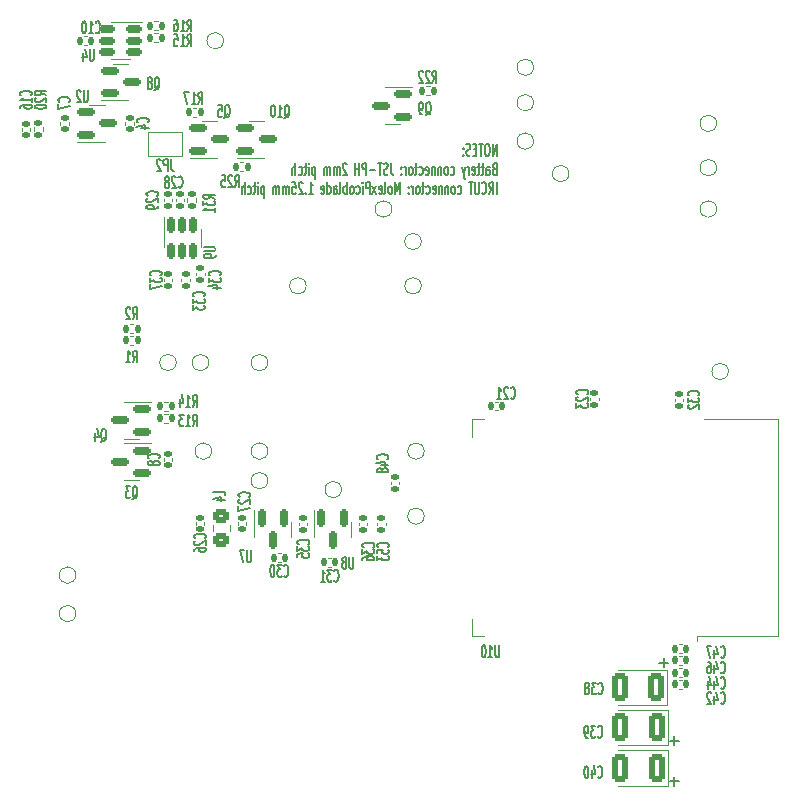
<source format=gbo>
%TF.GenerationSoftware,KiCad,Pcbnew,7.0.1*%
%TF.CreationDate,2023-05-20T22:45:57-07:00*%
%TF.ProjectId,ai-camera-rev3,61692d63-616d-4657-9261-2d726576332e,rev3*%
%TF.SameCoordinates,PX5a995c0PY2aea540*%
%TF.FileFunction,Legend,Bot*%
%TF.FilePolarity,Positive*%
%FSLAX46Y46*%
G04 Gerber Fmt 4.6, Leading zero omitted, Abs format (unit mm)*
G04 Created by KiCad (PCBNEW 7.0.1) date 2023-05-20 22:45:57*
%MOMM*%
%LPD*%
G01*
G04 APERTURE LIST*
G04 Aperture macros list*
%AMRoundRect*
0 Rectangle with rounded corners*
0 $1 Rounding radius*
0 $2 $3 $4 $5 $6 $7 $8 $9 X,Y pos of 4 corners*
0 Add a 4 corners polygon primitive as box body*
4,1,4,$2,$3,$4,$5,$6,$7,$8,$9,$2,$3,0*
0 Add four circle primitives for the rounded corners*
1,1,$1+$1,$2,$3*
1,1,$1+$1,$4,$5*
1,1,$1+$1,$6,$7*
1,1,$1+$1,$8,$9*
0 Add four rect primitives between the rounded corners*
20,1,$1+$1,$2,$3,$4,$5,0*
20,1,$1+$1,$4,$5,$6,$7,0*
20,1,$1+$1,$6,$7,$8,$9,0*
20,1,$1+$1,$8,$9,$2,$3,0*%
%AMRotRect*
0 Rectangle, with rotation*
0 The origin of the aperture is its center*
0 $1 length*
0 $2 width*
0 $3 Rotation angle, in degrees counterclockwise*
0 Add horizontal line*
21,1,$1,$2,0,0,$3*%
G04 Aperture macros list end*
%ADD10C,0.150000*%
%ADD11C,0.120000*%
%ADD12C,3.600000*%
%ADD13C,6.400000*%
%ADD14C,4.000000*%
%ADD15C,1.700000*%
%ADD16C,0.800000*%
%ADD17RotRect,1.524000X1.524000X45.000000*%
%ADD18C,1.524000*%
%ADD19R,1.700000X1.700000*%
%ADD20O,1.700000X1.700000*%
%ADD21C,0.650000*%
%ADD22O,2.100000X1.000000*%
%ADD23O,1.600000X1.000000*%
%ADD24C,2.374900*%
%ADD25C,0.990600*%
%ADD26RoundRect,0.150000X-0.587500X-0.150000X0.587500X-0.150000X0.587500X0.150000X-0.587500X0.150000X0*%
%ADD27RoundRect,0.250000X0.412500X0.925000X-0.412500X0.925000X-0.412500X-0.925000X0.412500X-0.925000X0*%
%ADD28C,1.000000*%
%ADD29RoundRect,0.135000X0.135000X0.185000X-0.135000X0.185000X-0.135000X-0.185000X0.135000X-0.185000X0*%
%ADD30RoundRect,0.140000X0.170000X-0.140000X0.170000X0.140000X-0.170000X0.140000X-0.170000X-0.140000X0*%
%ADD31R,0.900000X1.500000*%
%ADD32R,1.500000X0.900000*%
%ADD33C,0.500000*%
%ADD34R,3.900000X3.900000*%
%ADD35RoundRect,0.135000X-0.185000X0.135000X-0.185000X-0.135000X0.185000X-0.135000X0.185000X0.135000X0*%
%ADD36RoundRect,0.140000X-0.140000X-0.170000X0.140000X-0.170000X0.140000X0.170000X-0.140000X0.170000X0*%
%ADD37RoundRect,0.150000X0.587500X0.150000X-0.587500X0.150000X-0.587500X-0.150000X0.587500X-0.150000X0*%
%ADD38RoundRect,0.140000X-0.170000X0.140000X-0.170000X-0.140000X0.170000X-0.140000X0.170000X0.140000X0*%
%ADD39RoundRect,0.140000X0.140000X0.170000X-0.140000X0.170000X-0.140000X-0.170000X0.140000X-0.170000X0*%
%ADD40RoundRect,0.150000X-0.150000X0.587500X-0.150000X-0.587500X0.150000X-0.587500X0.150000X0.587500X0*%
%ADD41RoundRect,0.135000X-0.135000X-0.185000X0.135000X-0.185000X0.135000X0.185000X-0.135000X0.185000X0*%
%ADD42R,1.000000X1.500000*%
%ADD43RoundRect,0.150000X0.512500X0.150000X-0.512500X0.150000X-0.512500X-0.150000X0.512500X-0.150000X0*%
%ADD44RoundRect,0.135000X0.185000X-0.135000X0.185000X0.135000X-0.185000X0.135000X-0.185000X-0.135000X0*%
%ADD45RoundRect,0.150000X-0.150000X0.512500X-0.150000X-0.512500X0.150000X-0.512500X0.150000X0.512500X0*%
%ADD46RoundRect,0.250000X0.450000X-0.325000X0.450000X0.325000X-0.450000X0.325000X-0.450000X-0.325000X0*%
G04 APERTURE END LIST*
D10*
X45827142Y-14232619D02*
X45827142Y-13232619D01*
X45827142Y-13232619D02*
X45484285Y-14232619D01*
X45484285Y-14232619D02*
X45484285Y-13232619D01*
X45084286Y-13232619D02*
X44970000Y-13232619D01*
X44970000Y-13232619D02*
X44912857Y-13280238D01*
X44912857Y-13280238D02*
X44855714Y-13375476D01*
X44855714Y-13375476D02*
X44827143Y-13565952D01*
X44827143Y-13565952D02*
X44827143Y-13899285D01*
X44827143Y-13899285D02*
X44855714Y-14089761D01*
X44855714Y-14089761D02*
X44912857Y-14185000D01*
X44912857Y-14185000D02*
X44970000Y-14232619D01*
X44970000Y-14232619D02*
X45084286Y-14232619D01*
X45084286Y-14232619D02*
X45141429Y-14185000D01*
X45141429Y-14185000D02*
X45198571Y-14089761D01*
X45198571Y-14089761D02*
X45227143Y-13899285D01*
X45227143Y-13899285D02*
X45227143Y-13565952D01*
X45227143Y-13565952D02*
X45198571Y-13375476D01*
X45198571Y-13375476D02*
X45141429Y-13280238D01*
X45141429Y-13280238D02*
X45084286Y-13232619D01*
X44655715Y-13232619D02*
X44312858Y-13232619D01*
X44484286Y-14232619D02*
X44484286Y-13232619D01*
X44112857Y-13708809D02*
X43912857Y-13708809D01*
X43827143Y-14232619D02*
X44112857Y-14232619D01*
X44112857Y-14232619D02*
X44112857Y-13232619D01*
X44112857Y-13232619D02*
X43827143Y-13232619D01*
X43598572Y-14185000D02*
X43512858Y-14232619D01*
X43512858Y-14232619D02*
X43370000Y-14232619D01*
X43370000Y-14232619D02*
X43312858Y-14185000D01*
X43312858Y-14185000D02*
X43284286Y-14137380D01*
X43284286Y-14137380D02*
X43255715Y-14042142D01*
X43255715Y-14042142D02*
X43255715Y-13946904D01*
X43255715Y-13946904D02*
X43284286Y-13851666D01*
X43284286Y-13851666D02*
X43312858Y-13804047D01*
X43312858Y-13804047D02*
X43370000Y-13756428D01*
X43370000Y-13756428D02*
X43484286Y-13708809D01*
X43484286Y-13708809D02*
X43541429Y-13661190D01*
X43541429Y-13661190D02*
X43570000Y-13613571D01*
X43570000Y-13613571D02*
X43598572Y-13518333D01*
X43598572Y-13518333D02*
X43598572Y-13423095D01*
X43598572Y-13423095D02*
X43570000Y-13327857D01*
X43570000Y-13327857D02*
X43541429Y-13280238D01*
X43541429Y-13280238D02*
X43484286Y-13232619D01*
X43484286Y-13232619D02*
X43341429Y-13232619D01*
X43341429Y-13232619D02*
X43255715Y-13280238D01*
X42998571Y-14137380D02*
X42970000Y-14185000D01*
X42970000Y-14185000D02*
X42998571Y-14232619D01*
X42998571Y-14232619D02*
X43027143Y-14185000D01*
X43027143Y-14185000D02*
X42998571Y-14137380D01*
X42998571Y-14137380D02*
X42998571Y-14232619D01*
X42998571Y-13613571D02*
X42970000Y-13661190D01*
X42970000Y-13661190D02*
X42998571Y-13708809D01*
X42998571Y-13708809D02*
X43027143Y-13661190D01*
X43027143Y-13661190D02*
X42998571Y-13613571D01*
X42998571Y-13613571D02*
X42998571Y-13708809D01*
X45627142Y-15328809D02*
X45541428Y-15376428D01*
X45541428Y-15376428D02*
X45512857Y-15424047D01*
X45512857Y-15424047D02*
X45484285Y-15519285D01*
X45484285Y-15519285D02*
X45484285Y-15662142D01*
X45484285Y-15662142D02*
X45512857Y-15757380D01*
X45512857Y-15757380D02*
X45541428Y-15805000D01*
X45541428Y-15805000D02*
X45598571Y-15852619D01*
X45598571Y-15852619D02*
X45827142Y-15852619D01*
X45827142Y-15852619D02*
X45827142Y-14852619D01*
X45827142Y-14852619D02*
X45627142Y-14852619D01*
X45627142Y-14852619D02*
X45570000Y-14900238D01*
X45570000Y-14900238D02*
X45541428Y-14947857D01*
X45541428Y-14947857D02*
X45512857Y-15043095D01*
X45512857Y-15043095D02*
X45512857Y-15138333D01*
X45512857Y-15138333D02*
X45541428Y-15233571D01*
X45541428Y-15233571D02*
X45570000Y-15281190D01*
X45570000Y-15281190D02*
X45627142Y-15328809D01*
X45627142Y-15328809D02*
X45827142Y-15328809D01*
X44970000Y-15852619D02*
X44970000Y-15328809D01*
X44970000Y-15328809D02*
X44998571Y-15233571D01*
X44998571Y-15233571D02*
X45055714Y-15185952D01*
X45055714Y-15185952D02*
X45170000Y-15185952D01*
X45170000Y-15185952D02*
X45227142Y-15233571D01*
X44970000Y-15805000D02*
X45027142Y-15852619D01*
X45027142Y-15852619D02*
X45170000Y-15852619D01*
X45170000Y-15852619D02*
X45227142Y-15805000D01*
X45227142Y-15805000D02*
X45255714Y-15709761D01*
X45255714Y-15709761D02*
X45255714Y-15614523D01*
X45255714Y-15614523D02*
X45227142Y-15519285D01*
X45227142Y-15519285D02*
X45170000Y-15471666D01*
X45170000Y-15471666D02*
X45027142Y-15471666D01*
X45027142Y-15471666D02*
X44970000Y-15424047D01*
X44770000Y-15185952D02*
X44541428Y-15185952D01*
X44684285Y-14852619D02*
X44684285Y-15709761D01*
X44684285Y-15709761D02*
X44655714Y-15805000D01*
X44655714Y-15805000D02*
X44598571Y-15852619D01*
X44598571Y-15852619D02*
X44541428Y-15852619D01*
X44427143Y-15185952D02*
X44198571Y-15185952D01*
X44341428Y-14852619D02*
X44341428Y-15709761D01*
X44341428Y-15709761D02*
X44312857Y-15805000D01*
X44312857Y-15805000D02*
X44255714Y-15852619D01*
X44255714Y-15852619D02*
X44198571Y-15852619D01*
X43770000Y-15805000D02*
X43827143Y-15852619D01*
X43827143Y-15852619D02*
X43941429Y-15852619D01*
X43941429Y-15852619D02*
X43998571Y-15805000D01*
X43998571Y-15805000D02*
X44027143Y-15709761D01*
X44027143Y-15709761D02*
X44027143Y-15328809D01*
X44027143Y-15328809D02*
X43998571Y-15233571D01*
X43998571Y-15233571D02*
X43941429Y-15185952D01*
X43941429Y-15185952D02*
X43827143Y-15185952D01*
X43827143Y-15185952D02*
X43770000Y-15233571D01*
X43770000Y-15233571D02*
X43741429Y-15328809D01*
X43741429Y-15328809D02*
X43741429Y-15424047D01*
X43741429Y-15424047D02*
X44027143Y-15519285D01*
X43484285Y-15852619D02*
X43484285Y-15185952D01*
X43484285Y-15376428D02*
X43455714Y-15281190D01*
X43455714Y-15281190D02*
X43427143Y-15233571D01*
X43427143Y-15233571D02*
X43370000Y-15185952D01*
X43370000Y-15185952D02*
X43312857Y-15185952D01*
X43169999Y-15185952D02*
X43027142Y-15852619D01*
X42884285Y-15185952D02*
X43027142Y-15852619D01*
X43027142Y-15852619D02*
X43084285Y-16090714D01*
X43084285Y-16090714D02*
X43112856Y-16138333D01*
X43112856Y-16138333D02*
X43169999Y-16185952D01*
X41941428Y-15805000D02*
X41998570Y-15852619D01*
X41998570Y-15852619D02*
X42112856Y-15852619D01*
X42112856Y-15852619D02*
X42169999Y-15805000D01*
X42169999Y-15805000D02*
X42198570Y-15757380D01*
X42198570Y-15757380D02*
X42227142Y-15662142D01*
X42227142Y-15662142D02*
X42227142Y-15376428D01*
X42227142Y-15376428D02*
X42198570Y-15281190D01*
X42198570Y-15281190D02*
X42169999Y-15233571D01*
X42169999Y-15233571D02*
X42112856Y-15185952D01*
X42112856Y-15185952D02*
X41998570Y-15185952D01*
X41998570Y-15185952D02*
X41941428Y-15233571D01*
X41598570Y-15852619D02*
X41655713Y-15805000D01*
X41655713Y-15805000D02*
X41684284Y-15757380D01*
X41684284Y-15757380D02*
X41712856Y-15662142D01*
X41712856Y-15662142D02*
X41712856Y-15376428D01*
X41712856Y-15376428D02*
X41684284Y-15281190D01*
X41684284Y-15281190D02*
X41655713Y-15233571D01*
X41655713Y-15233571D02*
X41598570Y-15185952D01*
X41598570Y-15185952D02*
X41512856Y-15185952D01*
X41512856Y-15185952D02*
X41455713Y-15233571D01*
X41455713Y-15233571D02*
X41427142Y-15281190D01*
X41427142Y-15281190D02*
X41398570Y-15376428D01*
X41398570Y-15376428D02*
X41398570Y-15662142D01*
X41398570Y-15662142D02*
X41427142Y-15757380D01*
X41427142Y-15757380D02*
X41455713Y-15805000D01*
X41455713Y-15805000D02*
X41512856Y-15852619D01*
X41512856Y-15852619D02*
X41598570Y-15852619D01*
X41141427Y-15185952D02*
X41141427Y-15852619D01*
X41141427Y-15281190D02*
X41112856Y-15233571D01*
X41112856Y-15233571D02*
X41055713Y-15185952D01*
X41055713Y-15185952D02*
X40969999Y-15185952D01*
X40969999Y-15185952D02*
X40912856Y-15233571D01*
X40912856Y-15233571D02*
X40884285Y-15328809D01*
X40884285Y-15328809D02*
X40884285Y-15852619D01*
X40598570Y-15185952D02*
X40598570Y-15852619D01*
X40598570Y-15281190D02*
X40569999Y-15233571D01*
X40569999Y-15233571D02*
X40512856Y-15185952D01*
X40512856Y-15185952D02*
X40427142Y-15185952D01*
X40427142Y-15185952D02*
X40369999Y-15233571D01*
X40369999Y-15233571D02*
X40341428Y-15328809D01*
X40341428Y-15328809D02*
X40341428Y-15852619D01*
X39827142Y-15805000D02*
X39884285Y-15852619D01*
X39884285Y-15852619D02*
X39998571Y-15852619D01*
X39998571Y-15852619D02*
X40055713Y-15805000D01*
X40055713Y-15805000D02*
X40084285Y-15709761D01*
X40084285Y-15709761D02*
X40084285Y-15328809D01*
X40084285Y-15328809D02*
X40055713Y-15233571D01*
X40055713Y-15233571D02*
X39998571Y-15185952D01*
X39998571Y-15185952D02*
X39884285Y-15185952D01*
X39884285Y-15185952D02*
X39827142Y-15233571D01*
X39827142Y-15233571D02*
X39798571Y-15328809D01*
X39798571Y-15328809D02*
X39798571Y-15424047D01*
X39798571Y-15424047D02*
X40084285Y-15519285D01*
X39284285Y-15805000D02*
X39341427Y-15852619D01*
X39341427Y-15852619D02*
X39455713Y-15852619D01*
X39455713Y-15852619D02*
X39512856Y-15805000D01*
X39512856Y-15805000D02*
X39541427Y-15757380D01*
X39541427Y-15757380D02*
X39569999Y-15662142D01*
X39569999Y-15662142D02*
X39569999Y-15376428D01*
X39569999Y-15376428D02*
X39541427Y-15281190D01*
X39541427Y-15281190D02*
X39512856Y-15233571D01*
X39512856Y-15233571D02*
X39455713Y-15185952D01*
X39455713Y-15185952D02*
X39341427Y-15185952D01*
X39341427Y-15185952D02*
X39284285Y-15233571D01*
X39112856Y-15185952D02*
X38884284Y-15185952D01*
X39027141Y-14852619D02*
X39027141Y-15709761D01*
X39027141Y-15709761D02*
X38998570Y-15805000D01*
X38998570Y-15805000D02*
X38941427Y-15852619D01*
X38941427Y-15852619D02*
X38884284Y-15852619D01*
X38598570Y-15852619D02*
X38655713Y-15805000D01*
X38655713Y-15805000D02*
X38684284Y-15757380D01*
X38684284Y-15757380D02*
X38712856Y-15662142D01*
X38712856Y-15662142D02*
X38712856Y-15376428D01*
X38712856Y-15376428D02*
X38684284Y-15281190D01*
X38684284Y-15281190D02*
X38655713Y-15233571D01*
X38655713Y-15233571D02*
X38598570Y-15185952D01*
X38598570Y-15185952D02*
X38512856Y-15185952D01*
X38512856Y-15185952D02*
X38455713Y-15233571D01*
X38455713Y-15233571D02*
X38427142Y-15281190D01*
X38427142Y-15281190D02*
X38398570Y-15376428D01*
X38398570Y-15376428D02*
X38398570Y-15662142D01*
X38398570Y-15662142D02*
X38427142Y-15757380D01*
X38427142Y-15757380D02*
X38455713Y-15805000D01*
X38455713Y-15805000D02*
X38512856Y-15852619D01*
X38512856Y-15852619D02*
X38598570Y-15852619D01*
X38141427Y-15852619D02*
X38141427Y-15185952D01*
X38141427Y-15376428D02*
X38112856Y-15281190D01*
X38112856Y-15281190D02*
X38084285Y-15233571D01*
X38084285Y-15233571D02*
X38027142Y-15185952D01*
X38027142Y-15185952D02*
X37969999Y-15185952D01*
X37769998Y-15757380D02*
X37741427Y-15805000D01*
X37741427Y-15805000D02*
X37769998Y-15852619D01*
X37769998Y-15852619D02*
X37798570Y-15805000D01*
X37798570Y-15805000D02*
X37769998Y-15757380D01*
X37769998Y-15757380D02*
X37769998Y-15852619D01*
X37769998Y-15233571D02*
X37741427Y-15281190D01*
X37741427Y-15281190D02*
X37769998Y-15328809D01*
X37769998Y-15328809D02*
X37798570Y-15281190D01*
X37798570Y-15281190D02*
X37769998Y-15233571D01*
X37769998Y-15233571D02*
X37769998Y-15328809D01*
X36855713Y-14852619D02*
X36855713Y-15566904D01*
X36855713Y-15566904D02*
X36884284Y-15709761D01*
X36884284Y-15709761D02*
X36941427Y-15805000D01*
X36941427Y-15805000D02*
X37027141Y-15852619D01*
X37027141Y-15852619D02*
X37084284Y-15852619D01*
X36598570Y-15805000D02*
X36512856Y-15852619D01*
X36512856Y-15852619D02*
X36369998Y-15852619D01*
X36369998Y-15852619D02*
X36312856Y-15805000D01*
X36312856Y-15805000D02*
X36284284Y-15757380D01*
X36284284Y-15757380D02*
X36255713Y-15662142D01*
X36255713Y-15662142D02*
X36255713Y-15566904D01*
X36255713Y-15566904D02*
X36284284Y-15471666D01*
X36284284Y-15471666D02*
X36312856Y-15424047D01*
X36312856Y-15424047D02*
X36369998Y-15376428D01*
X36369998Y-15376428D02*
X36484284Y-15328809D01*
X36484284Y-15328809D02*
X36541427Y-15281190D01*
X36541427Y-15281190D02*
X36569998Y-15233571D01*
X36569998Y-15233571D02*
X36598570Y-15138333D01*
X36598570Y-15138333D02*
X36598570Y-15043095D01*
X36598570Y-15043095D02*
X36569998Y-14947857D01*
X36569998Y-14947857D02*
X36541427Y-14900238D01*
X36541427Y-14900238D02*
X36484284Y-14852619D01*
X36484284Y-14852619D02*
X36341427Y-14852619D01*
X36341427Y-14852619D02*
X36255713Y-14900238D01*
X36084284Y-14852619D02*
X35741427Y-14852619D01*
X35912855Y-15852619D02*
X35912855Y-14852619D01*
X35541426Y-15471666D02*
X35084284Y-15471666D01*
X34798569Y-15852619D02*
X34798569Y-14852619D01*
X34798569Y-14852619D02*
X34569998Y-14852619D01*
X34569998Y-14852619D02*
X34512855Y-14900238D01*
X34512855Y-14900238D02*
X34484284Y-14947857D01*
X34484284Y-14947857D02*
X34455712Y-15043095D01*
X34455712Y-15043095D02*
X34455712Y-15185952D01*
X34455712Y-15185952D02*
X34484284Y-15281190D01*
X34484284Y-15281190D02*
X34512855Y-15328809D01*
X34512855Y-15328809D02*
X34569998Y-15376428D01*
X34569998Y-15376428D02*
X34798569Y-15376428D01*
X34198569Y-15852619D02*
X34198569Y-14852619D01*
X34198569Y-15328809D02*
X33855712Y-15328809D01*
X33855712Y-15852619D02*
X33855712Y-14852619D01*
X33141427Y-14947857D02*
X33112855Y-14900238D01*
X33112855Y-14900238D02*
X33055713Y-14852619D01*
X33055713Y-14852619D02*
X32912855Y-14852619D01*
X32912855Y-14852619D02*
X32855713Y-14900238D01*
X32855713Y-14900238D02*
X32827141Y-14947857D01*
X32827141Y-14947857D02*
X32798570Y-15043095D01*
X32798570Y-15043095D02*
X32798570Y-15138333D01*
X32798570Y-15138333D02*
X32827141Y-15281190D01*
X32827141Y-15281190D02*
X33169998Y-15852619D01*
X33169998Y-15852619D02*
X32798570Y-15852619D01*
X32541426Y-15852619D02*
X32541426Y-15185952D01*
X32541426Y-15281190D02*
X32512855Y-15233571D01*
X32512855Y-15233571D02*
X32455712Y-15185952D01*
X32455712Y-15185952D02*
X32369998Y-15185952D01*
X32369998Y-15185952D02*
X32312855Y-15233571D01*
X32312855Y-15233571D02*
X32284284Y-15328809D01*
X32284284Y-15328809D02*
X32284284Y-15852619D01*
X32284284Y-15328809D02*
X32255712Y-15233571D01*
X32255712Y-15233571D02*
X32198569Y-15185952D01*
X32198569Y-15185952D02*
X32112855Y-15185952D01*
X32112855Y-15185952D02*
X32055712Y-15233571D01*
X32055712Y-15233571D02*
X32027141Y-15328809D01*
X32027141Y-15328809D02*
X32027141Y-15852619D01*
X31741426Y-15852619D02*
X31741426Y-15185952D01*
X31741426Y-15281190D02*
X31712855Y-15233571D01*
X31712855Y-15233571D02*
X31655712Y-15185952D01*
X31655712Y-15185952D02*
X31569998Y-15185952D01*
X31569998Y-15185952D02*
X31512855Y-15233571D01*
X31512855Y-15233571D02*
X31484284Y-15328809D01*
X31484284Y-15328809D02*
X31484284Y-15852619D01*
X31484284Y-15328809D02*
X31455712Y-15233571D01*
X31455712Y-15233571D02*
X31398569Y-15185952D01*
X31398569Y-15185952D02*
X31312855Y-15185952D01*
X31312855Y-15185952D02*
X31255712Y-15233571D01*
X31255712Y-15233571D02*
X31227141Y-15328809D01*
X31227141Y-15328809D02*
X31227141Y-15852619D01*
X30484283Y-15185952D02*
X30484283Y-16185952D01*
X30484283Y-15233571D02*
X30427141Y-15185952D01*
X30427141Y-15185952D02*
X30312855Y-15185952D01*
X30312855Y-15185952D02*
X30255712Y-15233571D01*
X30255712Y-15233571D02*
X30227141Y-15281190D01*
X30227141Y-15281190D02*
X30198569Y-15376428D01*
X30198569Y-15376428D02*
X30198569Y-15662142D01*
X30198569Y-15662142D02*
X30227141Y-15757380D01*
X30227141Y-15757380D02*
X30255712Y-15805000D01*
X30255712Y-15805000D02*
X30312855Y-15852619D01*
X30312855Y-15852619D02*
X30427141Y-15852619D01*
X30427141Y-15852619D02*
X30484283Y-15805000D01*
X29941426Y-15852619D02*
X29941426Y-15185952D01*
X29941426Y-14852619D02*
X29969998Y-14900238D01*
X29969998Y-14900238D02*
X29941426Y-14947857D01*
X29941426Y-14947857D02*
X29912855Y-14900238D01*
X29912855Y-14900238D02*
X29941426Y-14852619D01*
X29941426Y-14852619D02*
X29941426Y-14947857D01*
X29741427Y-15185952D02*
X29512855Y-15185952D01*
X29655712Y-14852619D02*
X29655712Y-15709761D01*
X29655712Y-15709761D02*
X29627141Y-15805000D01*
X29627141Y-15805000D02*
X29569998Y-15852619D01*
X29569998Y-15852619D02*
X29512855Y-15852619D01*
X29055713Y-15805000D02*
X29112855Y-15852619D01*
X29112855Y-15852619D02*
X29227141Y-15852619D01*
X29227141Y-15852619D02*
X29284284Y-15805000D01*
X29284284Y-15805000D02*
X29312855Y-15757380D01*
X29312855Y-15757380D02*
X29341427Y-15662142D01*
X29341427Y-15662142D02*
X29341427Y-15376428D01*
X29341427Y-15376428D02*
X29312855Y-15281190D01*
X29312855Y-15281190D02*
X29284284Y-15233571D01*
X29284284Y-15233571D02*
X29227141Y-15185952D01*
X29227141Y-15185952D02*
X29112855Y-15185952D01*
X29112855Y-15185952D02*
X29055713Y-15233571D01*
X28798569Y-15852619D02*
X28798569Y-14852619D01*
X28541427Y-15852619D02*
X28541427Y-15328809D01*
X28541427Y-15328809D02*
X28569998Y-15233571D01*
X28569998Y-15233571D02*
X28627141Y-15185952D01*
X28627141Y-15185952D02*
X28712855Y-15185952D01*
X28712855Y-15185952D02*
X28769998Y-15233571D01*
X28769998Y-15233571D02*
X28798569Y-15281190D01*
X45827142Y-17472619D02*
X45827142Y-16472619D01*
X45198571Y-17472619D02*
X45398571Y-16996428D01*
X45541428Y-17472619D02*
X45541428Y-16472619D01*
X45541428Y-16472619D02*
X45312857Y-16472619D01*
X45312857Y-16472619D02*
X45255714Y-16520238D01*
X45255714Y-16520238D02*
X45227143Y-16567857D01*
X45227143Y-16567857D02*
X45198571Y-16663095D01*
X45198571Y-16663095D02*
X45198571Y-16805952D01*
X45198571Y-16805952D02*
X45227143Y-16901190D01*
X45227143Y-16901190D02*
X45255714Y-16948809D01*
X45255714Y-16948809D02*
X45312857Y-16996428D01*
X45312857Y-16996428D02*
X45541428Y-16996428D01*
X44598571Y-17377380D02*
X44627143Y-17425000D01*
X44627143Y-17425000D02*
X44712857Y-17472619D01*
X44712857Y-17472619D02*
X44770000Y-17472619D01*
X44770000Y-17472619D02*
X44855714Y-17425000D01*
X44855714Y-17425000D02*
X44912857Y-17329761D01*
X44912857Y-17329761D02*
X44941428Y-17234523D01*
X44941428Y-17234523D02*
X44970000Y-17044047D01*
X44970000Y-17044047D02*
X44970000Y-16901190D01*
X44970000Y-16901190D02*
X44941428Y-16710714D01*
X44941428Y-16710714D02*
X44912857Y-16615476D01*
X44912857Y-16615476D02*
X44855714Y-16520238D01*
X44855714Y-16520238D02*
X44770000Y-16472619D01*
X44770000Y-16472619D02*
X44712857Y-16472619D01*
X44712857Y-16472619D02*
X44627143Y-16520238D01*
X44627143Y-16520238D02*
X44598571Y-16567857D01*
X44341428Y-16472619D02*
X44341428Y-17282142D01*
X44341428Y-17282142D02*
X44312857Y-17377380D01*
X44312857Y-17377380D02*
X44284286Y-17425000D01*
X44284286Y-17425000D02*
X44227143Y-17472619D01*
X44227143Y-17472619D02*
X44112857Y-17472619D01*
X44112857Y-17472619D02*
X44055714Y-17425000D01*
X44055714Y-17425000D02*
X44027143Y-17377380D01*
X44027143Y-17377380D02*
X43998571Y-17282142D01*
X43998571Y-17282142D02*
X43998571Y-16472619D01*
X43798572Y-16472619D02*
X43455715Y-16472619D01*
X43627143Y-17472619D02*
X43627143Y-16472619D01*
X42541429Y-17425000D02*
X42598571Y-17472619D01*
X42598571Y-17472619D02*
X42712857Y-17472619D01*
X42712857Y-17472619D02*
X42770000Y-17425000D01*
X42770000Y-17425000D02*
X42798571Y-17377380D01*
X42798571Y-17377380D02*
X42827143Y-17282142D01*
X42827143Y-17282142D02*
X42827143Y-16996428D01*
X42827143Y-16996428D02*
X42798571Y-16901190D01*
X42798571Y-16901190D02*
X42770000Y-16853571D01*
X42770000Y-16853571D02*
X42712857Y-16805952D01*
X42712857Y-16805952D02*
X42598571Y-16805952D01*
X42598571Y-16805952D02*
X42541429Y-16853571D01*
X42198571Y-17472619D02*
X42255714Y-17425000D01*
X42255714Y-17425000D02*
X42284285Y-17377380D01*
X42284285Y-17377380D02*
X42312857Y-17282142D01*
X42312857Y-17282142D02*
X42312857Y-16996428D01*
X42312857Y-16996428D02*
X42284285Y-16901190D01*
X42284285Y-16901190D02*
X42255714Y-16853571D01*
X42255714Y-16853571D02*
X42198571Y-16805952D01*
X42198571Y-16805952D02*
X42112857Y-16805952D01*
X42112857Y-16805952D02*
X42055714Y-16853571D01*
X42055714Y-16853571D02*
X42027143Y-16901190D01*
X42027143Y-16901190D02*
X41998571Y-16996428D01*
X41998571Y-16996428D02*
X41998571Y-17282142D01*
X41998571Y-17282142D02*
X42027143Y-17377380D01*
X42027143Y-17377380D02*
X42055714Y-17425000D01*
X42055714Y-17425000D02*
X42112857Y-17472619D01*
X42112857Y-17472619D02*
X42198571Y-17472619D01*
X41741428Y-16805952D02*
X41741428Y-17472619D01*
X41741428Y-16901190D02*
X41712857Y-16853571D01*
X41712857Y-16853571D02*
X41655714Y-16805952D01*
X41655714Y-16805952D02*
X41570000Y-16805952D01*
X41570000Y-16805952D02*
X41512857Y-16853571D01*
X41512857Y-16853571D02*
X41484286Y-16948809D01*
X41484286Y-16948809D02*
X41484286Y-17472619D01*
X41198571Y-16805952D02*
X41198571Y-17472619D01*
X41198571Y-16901190D02*
X41170000Y-16853571D01*
X41170000Y-16853571D02*
X41112857Y-16805952D01*
X41112857Y-16805952D02*
X41027143Y-16805952D01*
X41027143Y-16805952D02*
X40970000Y-16853571D01*
X40970000Y-16853571D02*
X40941429Y-16948809D01*
X40941429Y-16948809D02*
X40941429Y-17472619D01*
X40427143Y-17425000D02*
X40484286Y-17472619D01*
X40484286Y-17472619D02*
X40598572Y-17472619D01*
X40598572Y-17472619D02*
X40655714Y-17425000D01*
X40655714Y-17425000D02*
X40684286Y-17329761D01*
X40684286Y-17329761D02*
X40684286Y-16948809D01*
X40684286Y-16948809D02*
X40655714Y-16853571D01*
X40655714Y-16853571D02*
X40598572Y-16805952D01*
X40598572Y-16805952D02*
X40484286Y-16805952D01*
X40484286Y-16805952D02*
X40427143Y-16853571D01*
X40427143Y-16853571D02*
X40398572Y-16948809D01*
X40398572Y-16948809D02*
X40398572Y-17044047D01*
X40398572Y-17044047D02*
X40684286Y-17139285D01*
X39884286Y-17425000D02*
X39941428Y-17472619D01*
X39941428Y-17472619D02*
X40055714Y-17472619D01*
X40055714Y-17472619D02*
X40112857Y-17425000D01*
X40112857Y-17425000D02*
X40141428Y-17377380D01*
X40141428Y-17377380D02*
X40170000Y-17282142D01*
X40170000Y-17282142D02*
X40170000Y-16996428D01*
X40170000Y-16996428D02*
X40141428Y-16901190D01*
X40141428Y-16901190D02*
X40112857Y-16853571D01*
X40112857Y-16853571D02*
X40055714Y-16805952D01*
X40055714Y-16805952D02*
X39941428Y-16805952D01*
X39941428Y-16805952D02*
X39884286Y-16853571D01*
X39712857Y-16805952D02*
X39484285Y-16805952D01*
X39627142Y-16472619D02*
X39627142Y-17329761D01*
X39627142Y-17329761D02*
X39598571Y-17425000D01*
X39598571Y-17425000D02*
X39541428Y-17472619D01*
X39541428Y-17472619D02*
X39484285Y-17472619D01*
X39198571Y-17472619D02*
X39255714Y-17425000D01*
X39255714Y-17425000D02*
X39284285Y-17377380D01*
X39284285Y-17377380D02*
X39312857Y-17282142D01*
X39312857Y-17282142D02*
X39312857Y-16996428D01*
X39312857Y-16996428D02*
X39284285Y-16901190D01*
X39284285Y-16901190D02*
X39255714Y-16853571D01*
X39255714Y-16853571D02*
X39198571Y-16805952D01*
X39198571Y-16805952D02*
X39112857Y-16805952D01*
X39112857Y-16805952D02*
X39055714Y-16853571D01*
X39055714Y-16853571D02*
X39027143Y-16901190D01*
X39027143Y-16901190D02*
X38998571Y-16996428D01*
X38998571Y-16996428D02*
X38998571Y-17282142D01*
X38998571Y-17282142D02*
X39027143Y-17377380D01*
X39027143Y-17377380D02*
X39055714Y-17425000D01*
X39055714Y-17425000D02*
X39112857Y-17472619D01*
X39112857Y-17472619D02*
X39198571Y-17472619D01*
X38741428Y-17472619D02*
X38741428Y-16805952D01*
X38741428Y-16996428D02*
X38712857Y-16901190D01*
X38712857Y-16901190D02*
X38684286Y-16853571D01*
X38684286Y-16853571D02*
X38627143Y-16805952D01*
X38627143Y-16805952D02*
X38570000Y-16805952D01*
X38369999Y-17377380D02*
X38341428Y-17425000D01*
X38341428Y-17425000D02*
X38369999Y-17472619D01*
X38369999Y-17472619D02*
X38398571Y-17425000D01*
X38398571Y-17425000D02*
X38369999Y-17377380D01*
X38369999Y-17377380D02*
X38369999Y-17472619D01*
X38369999Y-16853571D02*
X38341428Y-16901190D01*
X38341428Y-16901190D02*
X38369999Y-16948809D01*
X38369999Y-16948809D02*
X38398571Y-16901190D01*
X38398571Y-16901190D02*
X38369999Y-16853571D01*
X38369999Y-16853571D02*
X38369999Y-16948809D01*
X37627142Y-17472619D02*
X37627142Y-16472619D01*
X37627142Y-16472619D02*
X37427142Y-17186904D01*
X37427142Y-17186904D02*
X37227142Y-16472619D01*
X37227142Y-16472619D02*
X37227142Y-17472619D01*
X36855714Y-17472619D02*
X36912857Y-17425000D01*
X36912857Y-17425000D02*
X36941428Y-17377380D01*
X36941428Y-17377380D02*
X36970000Y-17282142D01*
X36970000Y-17282142D02*
X36970000Y-16996428D01*
X36970000Y-16996428D02*
X36941428Y-16901190D01*
X36941428Y-16901190D02*
X36912857Y-16853571D01*
X36912857Y-16853571D02*
X36855714Y-16805952D01*
X36855714Y-16805952D02*
X36770000Y-16805952D01*
X36770000Y-16805952D02*
X36712857Y-16853571D01*
X36712857Y-16853571D02*
X36684286Y-16901190D01*
X36684286Y-16901190D02*
X36655714Y-16996428D01*
X36655714Y-16996428D02*
X36655714Y-17282142D01*
X36655714Y-17282142D02*
X36684286Y-17377380D01*
X36684286Y-17377380D02*
X36712857Y-17425000D01*
X36712857Y-17425000D02*
X36770000Y-17472619D01*
X36770000Y-17472619D02*
X36855714Y-17472619D01*
X36312857Y-17472619D02*
X36370000Y-17425000D01*
X36370000Y-17425000D02*
X36398571Y-17329761D01*
X36398571Y-17329761D02*
X36398571Y-16472619D01*
X35855714Y-17425000D02*
X35912857Y-17472619D01*
X35912857Y-17472619D02*
X36027143Y-17472619D01*
X36027143Y-17472619D02*
X36084285Y-17425000D01*
X36084285Y-17425000D02*
X36112857Y-17329761D01*
X36112857Y-17329761D02*
X36112857Y-16948809D01*
X36112857Y-16948809D02*
X36084285Y-16853571D01*
X36084285Y-16853571D02*
X36027143Y-16805952D01*
X36027143Y-16805952D02*
X35912857Y-16805952D01*
X35912857Y-16805952D02*
X35855714Y-16853571D01*
X35855714Y-16853571D02*
X35827143Y-16948809D01*
X35827143Y-16948809D02*
X35827143Y-17044047D01*
X35827143Y-17044047D02*
X36112857Y-17139285D01*
X35627142Y-17472619D02*
X35312857Y-16805952D01*
X35627142Y-16805952D02*
X35312857Y-17472619D01*
X35084285Y-17472619D02*
X35084285Y-16472619D01*
X35084285Y-16472619D02*
X34855714Y-16472619D01*
X34855714Y-16472619D02*
X34798571Y-16520238D01*
X34798571Y-16520238D02*
X34770000Y-16567857D01*
X34770000Y-16567857D02*
X34741428Y-16663095D01*
X34741428Y-16663095D02*
X34741428Y-16805952D01*
X34741428Y-16805952D02*
X34770000Y-16901190D01*
X34770000Y-16901190D02*
X34798571Y-16948809D01*
X34798571Y-16948809D02*
X34855714Y-16996428D01*
X34855714Y-16996428D02*
X35084285Y-16996428D01*
X34484285Y-17472619D02*
X34484285Y-16805952D01*
X34484285Y-16472619D02*
X34512857Y-16520238D01*
X34512857Y-16520238D02*
X34484285Y-16567857D01*
X34484285Y-16567857D02*
X34455714Y-16520238D01*
X34455714Y-16520238D02*
X34484285Y-16472619D01*
X34484285Y-16472619D02*
X34484285Y-16567857D01*
X33941429Y-17425000D02*
X33998571Y-17472619D01*
X33998571Y-17472619D02*
X34112857Y-17472619D01*
X34112857Y-17472619D02*
X34170000Y-17425000D01*
X34170000Y-17425000D02*
X34198571Y-17377380D01*
X34198571Y-17377380D02*
X34227143Y-17282142D01*
X34227143Y-17282142D02*
X34227143Y-16996428D01*
X34227143Y-16996428D02*
X34198571Y-16901190D01*
X34198571Y-16901190D02*
X34170000Y-16853571D01*
X34170000Y-16853571D02*
X34112857Y-16805952D01*
X34112857Y-16805952D02*
X33998571Y-16805952D01*
X33998571Y-16805952D02*
X33941429Y-16853571D01*
X33598571Y-17472619D02*
X33655714Y-17425000D01*
X33655714Y-17425000D02*
X33684285Y-17377380D01*
X33684285Y-17377380D02*
X33712857Y-17282142D01*
X33712857Y-17282142D02*
X33712857Y-16996428D01*
X33712857Y-16996428D02*
X33684285Y-16901190D01*
X33684285Y-16901190D02*
X33655714Y-16853571D01*
X33655714Y-16853571D02*
X33598571Y-16805952D01*
X33598571Y-16805952D02*
X33512857Y-16805952D01*
X33512857Y-16805952D02*
X33455714Y-16853571D01*
X33455714Y-16853571D02*
X33427143Y-16901190D01*
X33427143Y-16901190D02*
X33398571Y-16996428D01*
X33398571Y-16996428D02*
X33398571Y-17282142D01*
X33398571Y-17282142D02*
X33427143Y-17377380D01*
X33427143Y-17377380D02*
X33455714Y-17425000D01*
X33455714Y-17425000D02*
X33512857Y-17472619D01*
X33512857Y-17472619D02*
X33598571Y-17472619D01*
X33141428Y-17472619D02*
X33141428Y-16472619D01*
X33141428Y-16853571D02*
X33084286Y-16805952D01*
X33084286Y-16805952D02*
X32970000Y-16805952D01*
X32970000Y-16805952D02*
X32912857Y-16853571D01*
X32912857Y-16853571D02*
X32884286Y-16901190D01*
X32884286Y-16901190D02*
X32855714Y-16996428D01*
X32855714Y-16996428D02*
X32855714Y-17282142D01*
X32855714Y-17282142D02*
X32884286Y-17377380D01*
X32884286Y-17377380D02*
X32912857Y-17425000D01*
X32912857Y-17425000D02*
X32970000Y-17472619D01*
X32970000Y-17472619D02*
X33084286Y-17472619D01*
X33084286Y-17472619D02*
X33141428Y-17425000D01*
X32512857Y-17472619D02*
X32570000Y-17425000D01*
X32570000Y-17425000D02*
X32598571Y-17329761D01*
X32598571Y-17329761D02*
X32598571Y-16472619D01*
X32027143Y-17472619D02*
X32027143Y-16948809D01*
X32027143Y-16948809D02*
X32055714Y-16853571D01*
X32055714Y-16853571D02*
X32112857Y-16805952D01*
X32112857Y-16805952D02*
X32227143Y-16805952D01*
X32227143Y-16805952D02*
X32284285Y-16853571D01*
X32027143Y-17425000D02*
X32084285Y-17472619D01*
X32084285Y-17472619D02*
X32227143Y-17472619D01*
X32227143Y-17472619D02*
X32284285Y-17425000D01*
X32284285Y-17425000D02*
X32312857Y-17329761D01*
X32312857Y-17329761D02*
X32312857Y-17234523D01*
X32312857Y-17234523D02*
X32284285Y-17139285D01*
X32284285Y-17139285D02*
X32227143Y-17091666D01*
X32227143Y-17091666D02*
X32084285Y-17091666D01*
X32084285Y-17091666D02*
X32027143Y-17044047D01*
X31484286Y-17472619D02*
X31484286Y-16472619D01*
X31484286Y-17425000D02*
X31541428Y-17472619D01*
X31541428Y-17472619D02*
X31655714Y-17472619D01*
X31655714Y-17472619D02*
X31712857Y-17425000D01*
X31712857Y-17425000D02*
X31741428Y-17377380D01*
X31741428Y-17377380D02*
X31770000Y-17282142D01*
X31770000Y-17282142D02*
X31770000Y-16996428D01*
X31770000Y-16996428D02*
X31741428Y-16901190D01*
X31741428Y-16901190D02*
X31712857Y-16853571D01*
X31712857Y-16853571D02*
X31655714Y-16805952D01*
X31655714Y-16805952D02*
X31541428Y-16805952D01*
X31541428Y-16805952D02*
X31484286Y-16853571D01*
X30970000Y-17425000D02*
X31027143Y-17472619D01*
X31027143Y-17472619D02*
X31141429Y-17472619D01*
X31141429Y-17472619D02*
X31198571Y-17425000D01*
X31198571Y-17425000D02*
X31227143Y-17329761D01*
X31227143Y-17329761D02*
X31227143Y-16948809D01*
X31227143Y-16948809D02*
X31198571Y-16853571D01*
X31198571Y-16853571D02*
X31141429Y-16805952D01*
X31141429Y-16805952D02*
X31027143Y-16805952D01*
X31027143Y-16805952D02*
X30970000Y-16853571D01*
X30970000Y-16853571D02*
X30941429Y-16948809D01*
X30941429Y-16948809D02*
X30941429Y-17044047D01*
X30941429Y-17044047D02*
X31227143Y-17139285D01*
X29912857Y-17472619D02*
X30255714Y-17472619D01*
X30084285Y-17472619D02*
X30084285Y-16472619D01*
X30084285Y-16472619D02*
X30141428Y-16615476D01*
X30141428Y-16615476D02*
X30198571Y-16710714D01*
X30198571Y-16710714D02*
X30255714Y-16758333D01*
X29655713Y-17377380D02*
X29627142Y-17425000D01*
X29627142Y-17425000D02*
X29655713Y-17472619D01*
X29655713Y-17472619D02*
X29684285Y-17425000D01*
X29684285Y-17425000D02*
X29655713Y-17377380D01*
X29655713Y-17377380D02*
X29655713Y-17472619D01*
X29398571Y-16567857D02*
X29369999Y-16520238D01*
X29369999Y-16520238D02*
X29312857Y-16472619D01*
X29312857Y-16472619D02*
X29169999Y-16472619D01*
X29169999Y-16472619D02*
X29112857Y-16520238D01*
X29112857Y-16520238D02*
X29084285Y-16567857D01*
X29084285Y-16567857D02*
X29055714Y-16663095D01*
X29055714Y-16663095D02*
X29055714Y-16758333D01*
X29055714Y-16758333D02*
X29084285Y-16901190D01*
X29084285Y-16901190D02*
X29427142Y-17472619D01*
X29427142Y-17472619D02*
X29055714Y-17472619D01*
X28512856Y-16472619D02*
X28798570Y-16472619D01*
X28798570Y-16472619D02*
X28827142Y-16948809D01*
X28827142Y-16948809D02*
X28798570Y-16901190D01*
X28798570Y-16901190D02*
X28741428Y-16853571D01*
X28741428Y-16853571D02*
X28598570Y-16853571D01*
X28598570Y-16853571D02*
X28541428Y-16901190D01*
X28541428Y-16901190D02*
X28512856Y-16948809D01*
X28512856Y-16948809D02*
X28484285Y-17044047D01*
X28484285Y-17044047D02*
X28484285Y-17282142D01*
X28484285Y-17282142D02*
X28512856Y-17377380D01*
X28512856Y-17377380D02*
X28541428Y-17425000D01*
X28541428Y-17425000D02*
X28598570Y-17472619D01*
X28598570Y-17472619D02*
X28741428Y-17472619D01*
X28741428Y-17472619D02*
X28798570Y-17425000D01*
X28798570Y-17425000D02*
X28827142Y-17377380D01*
X28227141Y-17472619D02*
X28227141Y-16805952D01*
X28227141Y-16901190D02*
X28198570Y-16853571D01*
X28198570Y-16853571D02*
X28141427Y-16805952D01*
X28141427Y-16805952D02*
X28055713Y-16805952D01*
X28055713Y-16805952D02*
X27998570Y-16853571D01*
X27998570Y-16853571D02*
X27969999Y-16948809D01*
X27969999Y-16948809D02*
X27969999Y-17472619D01*
X27969999Y-16948809D02*
X27941427Y-16853571D01*
X27941427Y-16853571D02*
X27884284Y-16805952D01*
X27884284Y-16805952D02*
X27798570Y-16805952D01*
X27798570Y-16805952D02*
X27741427Y-16853571D01*
X27741427Y-16853571D02*
X27712856Y-16948809D01*
X27712856Y-16948809D02*
X27712856Y-17472619D01*
X27427141Y-17472619D02*
X27427141Y-16805952D01*
X27427141Y-16901190D02*
X27398570Y-16853571D01*
X27398570Y-16853571D02*
X27341427Y-16805952D01*
X27341427Y-16805952D02*
X27255713Y-16805952D01*
X27255713Y-16805952D02*
X27198570Y-16853571D01*
X27198570Y-16853571D02*
X27169999Y-16948809D01*
X27169999Y-16948809D02*
X27169999Y-17472619D01*
X27169999Y-16948809D02*
X27141427Y-16853571D01*
X27141427Y-16853571D02*
X27084284Y-16805952D01*
X27084284Y-16805952D02*
X26998570Y-16805952D01*
X26998570Y-16805952D02*
X26941427Y-16853571D01*
X26941427Y-16853571D02*
X26912856Y-16948809D01*
X26912856Y-16948809D02*
X26912856Y-17472619D01*
X26169998Y-16805952D02*
X26169998Y-17805952D01*
X26169998Y-16853571D02*
X26112856Y-16805952D01*
X26112856Y-16805952D02*
X25998570Y-16805952D01*
X25998570Y-16805952D02*
X25941427Y-16853571D01*
X25941427Y-16853571D02*
X25912856Y-16901190D01*
X25912856Y-16901190D02*
X25884284Y-16996428D01*
X25884284Y-16996428D02*
X25884284Y-17282142D01*
X25884284Y-17282142D02*
X25912856Y-17377380D01*
X25912856Y-17377380D02*
X25941427Y-17425000D01*
X25941427Y-17425000D02*
X25998570Y-17472619D01*
X25998570Y-17472619D02*
X26112856Y-17472619D01*
X26112856Y-17472619D02*
X26169998Y-17425000D01*
X25627141Y-17472619D02*
X25627141Y-16805952D01*
X25627141Y-16472619D02*
X25655713Y-16520238D01*
X25655713Y-16520238D02*
X25627141Y-16567857D01*
X25627141Y-16567857D02*
X25598570Y-16520238D01*
X25598570Y-16520238D02*
X25627141Y-16472619D01*
X25627141Y-16472619D02*
X25627141Y-16567857D01*
X25427142Y-16805952D02*
X25198570Y-16805952D01*
X25341427Y-16472619D02*
X25341427Y-17329761D01*
X25341427Y-17329761D02*
X25312856Y-17425000D01*
X25312856Y-17425000D02*
X25255713Y-17472619D01*
X25255713Y-17472619D02*
X25198570Y-17472619D01*
X24741428Y-17425000D02*
X24798570Y-17472619D01*
X24798570Y-17472619D02*
X24912856Y-17472619D01*
X24912856Y-17472619D02*
X24969999Y-17425000D01*
X24969999Y-17425000D02*
X24998570Y-17377380D01*
X24998570Y-17377380D02*
X25027142Y-17282142D01*
X25027142Y-17282142D02*
X25027142Y-16996428D01*
X25027142Y-16996428D02*
X24998570Y-16901190D01*
X24998570Y-16901190D02*
X24969999Y-16853571D01*
X24969999Y-16853571D02*
X24912856Y-16805952D01*
X24912856Y-16805952D02*
X24798570Y-16805952D01*
X24798570Y-16805952D02*
X24741428Y-16853571D01*
X24484284Y-17472619D02*
X24484284Y-16472619D01*
X24227142Y-17472619D02*
X24227142Y-16948809D01*
X24227142Y-16948809D02*
X24255713Y-16853571D01*
X24255713Y-16853571D02*
X24312856Y-16805952D01*
X24312856Y-16805952D02*
X24398570Y-16805952D01*
X24398570Y-16805952D02*
X24455713Y-16853571D01*
X24455713Y-16853571D02*
X24484284Y-16901190D01*
X22787142Y-11027857D02*
X22844285Y-10980238D01*
X22844285Y-10980238D02*
X22901428Y-10885000D01*
X22901428Y-10885000D02*
X22987142Y-10742142D01*
X22987142Y-10742142D02*
X23044285Y-10694523D01*
X23044285Y-10694523D02*
X23101428Y-10694523D01*
X23072857Y-10932619D02*
X23130000Y-10885000D01*
X23130000Y-10885000D02*
X23187142Y-10789761D01*
X23187142Y-10789761D02*
X23215714Y-10599285D01*
X23215714Y-10599285D02*
X23215714Y-10265952D01*
X23215714Y-10265952D02*
X23187142Y-10075476D01*
X23187142Y-10075476D02*
X23130000Y-9980238D01*
X23130000Y-9980238D02*
X23072857Y-9932619D01*
X23072857Y-9932619D02*
X22958571Y-9932619D01*
X22958571Y-9932619D02*
X22901428Y-9980238D01*
X22901428Y-9980238D02*
X22844285Y-10075476D01*
X22844285Y-10075476D02*
X22815714Y-10265952D01*
X22815714Y-10265952D02*
X22815714Y-10599285D01*
X22815714Y-10599285D02*
X22844285Y-10789761D01*
X22844285Y-10789761D02*
X22901428Y-10885000D01*
X22901428Y-10885000D02*
X22958571Y-10932619D01*
X22958571Y-10932619D02*
X23072857Y-10932619D01*
X22272857Y-9932619D02*
X22558571Y-9932619D01*
X22558571Y-9932619D02*
X22587143Y-10408809D01*
X22587143Y-10408809D02*
X22558571Y-10361190D01*
X22558571Y-10361190D02*
X22501429Y-10313571D01*
X22501429Y-10313571D02*
X22358571Y-10313571D01*
X22358571Y-10313571D02*
X22301429Y-10361190D01*
X22301429Y-10361190D02*
X22272857Y-10408809D01*
X22272857Y-10408809D02*
X22244286Y-10504047D01*
X22244286Y-10504047D02*
X22244286Y-10742142D01*
X22244286Y-10742142D02*
X22272857Y-10837380D01*
X22272857Y-10837380D02*
X22301429Y-10885000D01*
X22301429Y-10885000D02*
X22358571Y-10932619D01*
X22358571Y-10932619D02*
X22501429Y-10932619D01*
X22501429Y-10932619D02*
X22558571Y-10885000D01*
X22558571Y-10885000D02*
X22587143Y-10837380D01*
X54393214Y-63404880D02*
X54421786Y-63452500D01*
X54421786Y-63452500D02*
X54507500Y-63500119D01*
X54507500Y-63500119D02*
X54564643Y-63500119D01*
X54564643Y-63500119D02*
X54650357Y-63452500D01*
X54650357Y-63452500D02*
X54707500Y-63357261D01*
X54707500Y-63357261D02*
X54736071Y-63262023D01*
X54736071Y-63262023D02*
X54764643Y-63071547D01*
X54764643Y-63071547D02*
X54764643Y-62928690D01*
X54764643Y-62928690D02*
X54736071Y-62738214D01*
X54736071Y-62738214D02*
X54707500Y-62642976D01*
X54707500Y-62642976D02*
X54650357Y-62547738D01*
X54650357Y-62547738D02*
X54564643Y-62500119D01*
X54564643Y-62500119D02*
X54507500Y-62500119D01*
X54507500Y-62500119D02*
X54421786Y-62547738D01*
X54421786Y-62547738D02*
X54393214Y-62595357D01*
X54193214Y-62500119D02*
X53821786Y-62500119D01*
X53821786Y-62500119D02*
X54021786Y-62881071D01*
X54021786Y-62881071D02*
X53936071Y-62881071D01*
X53936071Y-62881071D02*
X53878929Y-62928690D01*
X53878929Y-62928690D02*
X53850357Y-62976309D01*
X53850357Y-62976309D02*
X53821786Y-63071547D01*
X53821786Y-63071547D02*
X53821786Y-63309642D01*
X53821786Y-63309642D02*
X53850357Y-63404880D01*
X53850357Y-63404880D02*
X53878929Y-63452500D01*
X53878929Y-63452500D02*
X53936071Y-63500119D01*
X53936071Y-63500119D02*
X54107500Y-63500119D01*
X54107500Y-63500119D02*
X54164643Y-63452500D01*
X54164643Y-63452500D02*
X54193214Y-63404880D01*
X53536071Y-63500119D02*
X53421785Y-63500119D01*
X53421785Y-63500119D02*
X53364642Y-63452500D01*
X53364642Y-63452500D02*
X53336071Y-63404880D01*
X53336071Y-63404880D02*
X53278928Y-63262023D01*
X53278928Y-63262023D02*
X53250357Y-63071547D01*
X53250357Y-63071547D02*
X53250357Y-62690595D01*
X53250357Y-62690595D02*
X53278928Y-62595357D01*
X53278928Y-62595357D02*
X53307500Y-62547738D01*
X53307500Y-62547738D02*
X53364642Y-62500119D01*
X53364642Y-62500119D02*
X53478928Y-62500119D01*
X53478928Y-62500119D02*
X53536071Y-62547738D01*
X53536071Y-62547738D02*
X53564642Y-62595357D01*
X53564642Y-62595357D02*
X53593214Y-62690595D01*
X53593214Y-62690595D02*
X53593214Y-62928690D01*
X53593214Y-62928690D02*
X53564642Y-63023928D01*
X53564642Y-63023928D02*
X53536071Y-63071547D01*
X53536071Y-63071547D02*
X53478928Y-63119166D01*
X53478928Y-63119166D02*
X53364642Y-63119166D01*
X53364642Y-63119166D02*
X53307500Y-63071547D01*
X53307500Y-63071547D02*
X53278928Y-63023928D01*
X53278928Y-63023928D02*
X53250357Y-62928690D01*
X61230951Y-63761666D02*
X60469047Y-63761666D01*
X60849999Y-64142619D02*
X60849999Y-63380714D01*
X15009999Y-28082619D02*
X15209999Y-27606428D01*
X15352856Y-28082619D02*
X15352856Y-27082619D01*
X15352856Y-27082619D02*
X15124285Y-27082619D01*
X15124285Y-27082619D02*
X15067142Y-27130238D01*
X15067142Y-27130238D02*
X15038571Y-27177857D01*
X15038571Y-27177857D02*
X15009999Y-27273095D01*
X15009999Y-27273095D02*
X15009999Y-27415952D01*
X15009999Y-27415952D02*
X15038571Y-27511190D01*
X15038571Y-27511190D02*
X15067142Y-27558809D01*
X15067142Y-27558809D02*
X15124285Y-27606428D01*
X15124285Y-27606428D02*
X15352856Y-27606428D01*
X14781428Y-27177857D02*
X14752856Y-27130238D01*
X14752856Y-27130238D02*
X14695714Y-27082619D01*
X14695714Y-27082619D02*
X14552856Y-27082619D01*
X14552856Y-27082619D02*
X14495714Y-27130238D01*
X14495714Y-27130238D02*
X14467142Y-27177857D01*
X14467142Y-27177857D02*
X14438571Y-27273095D01*
X14438571Y-27273095D02*
X14438571Y-27368333D01*
X14438571Y-27368333D02*
X14467142Y-27511190D01*
X14467142Y-27511190D02*
X14809999Y-28082619D01*
X14809999Y-28082619D02*
X14438571Y-28082619D01*
X62907380Y-34524285D02*
X62955000Y-34495713D01*
X62955000Y-34495713D02*
X63002619Y-34409999D01*
X63002619Y-34409999D02*
X63002619Y-34352856D01*
X63002619Y-34352856D02*
X62955000Y-34267142D01*
X62955000Y-34267142D02*
X62859761Y-34209999D01*
X62859761Y-34209999D02*
X62764523Y-34181428D01*
X62764523Y-34181428D02*
X62574047Y-34152856D01*
X62574047Y-34152856D02*
X62431190Y-34152856D01*
X62431190Y-34152856D02*
X62240714Y-34181428D01*
X62240714Y-34181428D02*
X62145476Y-34209999D01*
X62145476Y-34209999D02*
X62050238Y-34267142D01*
X62050238Y-34267142D02*
X62002619Y-34352856D01*
X62002619Y-34352856D02*
X62002619Y-34409999D01*
X62002619Y-34409999D02*
X62050238Y-34495713D01*
X62050238Y-34495713D02*
X62097857Y-34524285D01*
X62002619Y-34724285D02*
X62002619Y-35095713D01*
X62002619Y-35095713D02*
X62383571Y-34895713D01*
X62383571Y-34895713D02*
X62383571Y-34981428D01*
X62383571Y-34981428D02*
X62431190Y-35038571D01*
X62431190Y-35038571D02*
X62478809Y-35067142D01*
X62478809Y-35067142D02*
X62574047Y-35095713D01*
X62574047Y-35095713D02*
X62812142Y-35095713D01*
X62812142Y-35095713D02*
X62907380Y-35067142D01*
X62907380Y-35067142D02*
X62955000Y-35038571D01*
X62955000Y-35038571D02*
X63002619Y-34981428D01*
X63002619Y-34981428D02*
X63002619Y-34809999D01*
X63002619Y-34809999D02*
X62955000Y-34752856D01*
X62955000Y-34752856D02*
X62907380Y-34724285D01*
X62097857Y-35324285D02*
X62050238Y-35352857D01*
X62050238Y-35352857D02*
X62002619Y-35410000D01*
X62002619Y-35410000D02*
X62002619Y-35552857D01*
X62002619Y-35552857D02*
X62050238Y-35610000D01*
X62050238Y-35610000D02*
X62097857Y-35638571D01*
X62097857Y-35638571D02*
X62193095Y-35667142D01*
X62193095Y-35667142D02*
X62288333Y-35667142D01*
X62288333Y-35667142D02*
X62431190Y-35638571D01*
X62431190Y-35638571D02*
X63002619Y-35295714D01*
X63002619Y-35295714D02*
X63002619Y-35667142D01*
X46062856Y-55692619D02*
X46062856Y-56502142D01*
X46062856Y-56502142D02*
X46034285Y-56597380D01*
X46034285Y-56597380D02*
X46005714Y-56645000D01*
X46005714Y-56645000D02*
X45948571Y-56692619D01*
X45948571Y-56692619D02*
X45834285Y-56692619D01*
X45834285Y-56692619D02*
X45777142Y-56645000D01*
X45777142Y-56645000D02*
X45748571Y-56597380D01*
X45748571Y-56597380D02*
X45719999Y-56502142D01*
X45719999Y-56502142D02*
X45719999Y-55692619D01*
X45120000Y-56692619D02*
X45462857Y-56692619D01*
X45291428Y-56692619D02*
X45291428Y-55692619D01*
X45291428Y-55692619D02*
X45348571Y-55835476D01*
X45348571Y-55835476D02*
X45405714Y-55930714D01*
X45405714Y-55930714D02*
X45462857Y-55978333D01*
X44748571Y-55692619D02*
X44691428Y-55692619D01*
X44691428Y-55692619D02*
X44634285Y-55740238D01*
X44634285Y-55740238D02*
X44605714Y-55787857D01*
X44605714Y-55787857D02*
X44577142Y-55883095D01*
X44577142Y-55883095D02*
X44548571Y-56073571D01*
X44548571Y-56073571D02*
X44548571Y-56311666D01*
X44548571Y-56311666D02*
X44577142Y-56502142D01*
X44577142Y-56502142D02*
X44605714Y-56597380D01*
X44605714Y-56597380D02*
X44634285Y-56645000D01*
X44634285Y-56645000D02*
X44691428Y-56692619D01*
X44691428Y-56692619D02*
X44748571Y-56692619D01*
X44748571Y-56692619D02*
X44805714Y-56645000D01*
X44805714Y-56645000D02*
X44834285Y-56597380D01*
X44834285Y-56597380D02*
X44862856Y-56502142D01*
X44862856Y-56502142D02*
X44891428Y-56311666D01*
X44891428Y-56311666D02*
X44891428Y-56073571D01*
X44891428Y-56073571D02*
X44862856Y-55883095D01*
X44862856Y-55883095D02*
X44834285Y-55787857D01*
X44834285Y-55787857D02*
X44805714Y-55740238D01*
X44805714Y-55740238D02*
X44748571Y-55692619D01*
X17082380Y-17619285D02*
X17130000Y-17590713D01*
X17130000Y-17590713D02*
X17177619Y-17504999D01*
X17177619Y-17504999D02*
X17177619Y-17447856D01*
X17177619Y-17447856D02*
X17130000Y-17362142D01*
X17130000Y-17362142D02*
X17034761Y-17304999D01*
X17034761Y-17304999D02*
X16939523Y-17276428D01*
X16939523Y-17276428D02*
X16749047Y-17247856D01*
X16749047Y-17247856D02*
X16606190Y-17247856D01*
X16606190Y-17247856D02*
X16415714Y-17276428D01*
X16415714Y-17276428D02*
X16320476Y-17304999D01*
X16320476Y-17304999D02*
X16225238Y-17362142D01*
X16225238Y-17362142D02*
X16177619Y-17447856D01*
X16177619Y-17447856D02*
X16177619Y-17504999D01*
X16177619Y-17504999D02*
X16225238Y-17590713D01*
X16225238Y-17590713D02*
X16272857Y-17619285D01*
X16272857Y-17847856D02*
X16225238Y-17876428D01*
X16225238Y-17876428D02*
X16177619Y-17933571D01*
X16177619Y-17933571D02*
X16177619Y-18076428D01*
X16177619Y-18076428D02*
X16225238Y-18133571D01*
X16225238Y-18133571D02*
X16272857Y-18162142D01*
X16272857Y-18162142D02*
X16368095Y-18190713D01*
X16368095Y-18190713D02*
X16463333Y-18190713D01*
X16463333Y-18190713D02*
X16606190Y-18162142D01*
X16606190Y-18162142D02*
X17177619Y-17819285D01*
X17177619Y-17819285D02*
X17177619Y-18190713D01*
X17177619Y-18476428D02*
X17177619Y-18590714D01*
X17177619Y-18590714D02*
X17130000Y-18647857D01*
X17130000Y-18647857D02*
X17082380Y-18676428D01*
X17082380Y-18676428D02*
X16939523Y-18733571D01*
X16939523Y-18733571D02*
X16749047Y-18762142D01*
X16749047Y-18762142D02*
X16368095Y-18762142D01*
X16368095Y-18762142D02*
X16272857Y-18733571D01*
X16272857Y-18733571D02*
X16225238Y-18705000D01*
X16225238Y-18705000D02*
X16177619Y-18647857D01*
X16177619Y-18647857D02*
X16177619Y-18533571D01*
X16177619Y-18533571D02*
X16225238Y-18476428D01*
X16225238Y-18476428D02*
X16272857Y-18447857D01*
X16272857Y-18447857D02*
X16368095Y-18419285D01*
X16368095Y-18419285D02*
X16606190Y-18419285D01*
X16606190Y-18419285D02*
X16701428Y-18447857D01*
X16701428Y-18447857D02*
X16749047Y-18476428D01*
X16749047Y-18476428D02*
X16796666Y-18533571D01*
X16796666Y-18533571D02*
X16796666Y-18647857D01*
X16796666Y-18647857D02*
X16749047Y-18705000D01*
X16749047Y-18705000D02*
X16701428Y-18733571D01*
X16701428Y-18733571D02*
X16606190Y-18762142D01*
X22367380Y-24364285D02*
X22415000Y-24335713D01*
X22415000Y-24335713D02*
X22462619Y-24249999D01*
X22462619Y-24249999D02*
X22462619Y-24192856D01*
X22462619Y-24192856D02*
X22415000Y-24107142D01*
X22415000Y-24107142D02*
X22319761Y-24049999D01*
X22319761Y-24049999D02*
X22224523Y-24021428D01*
X22224523Y-24021428D02*
X22034047Y-23992856D01*
X22034047Y-23992856D02*
X21891190Y-23992856D01*
X21891190Y-23992856D02*
X21700714Y-24021428D01*
X21700714Y-24021428D02*
X21605476Y-24049999D01*
X21605476Y-24049999D02*
X21510238Y-24107142D01*
X21510238Y-24107142D02*
X21462619Y-24192856D01*
X21462619Y-24192856D02*
X21462619Y-24249999D01*
X21462619Y-24249999D02*
X21510238Y-24335713D01*
X21510238Y-24335713D02*
X21557857Y-24364285D01*
X21462619Y-24564285D02*
X21462619Y-24935713D01*
X21462619Y-24935713D02*
X21843571Y-24735713D01*
X21843571Y-24735713D02*
X21843571Y-24821428D01*
X21843571Y-24821428D02*
X21891190Y-24878571D01*
X21891190Y-24878571D02*
X21938809Y-24907142D01*
X21938809Y-24907142D02*
X22034047Y-24935713D01*
X22034047Y-24935713D02*
X22272142Y-24935713D01*
X22272142Y-24935713D02*
X22367380Y-24907142D01*
X22367380Y-24907142D02*
X22415000Y-24878571D01*
X22415000Y-24878571D02*
X22462619Y-24821428D01*
X22462619Y-24821428D02*
X22462619Y-24649999D01*
X22462619Y-24649999D02*
X22415000Y-24592856D01*
X22415000Y-24592856D02*
X22367380Y-24564285D01*
X21795952Y-25450000D02*
X22462619Y-25450000D01*
X21415000Y-25307142D02*
X22129285Y-25164285D01*
X22129285Y-25164285D02*
X22129285Y-25535714D01*
X36577380Y-39904285D02*
X36625000Y-39875713D01*
X36625000Y-39875713D02*
X36672619Y-39789999D01*
X36672619Y-39789999D02*
X36672619Y-39732856D01*
X36672619Y-39732856D02*
X36625000Y-39647142D01*
X36625000Y-39647142D02*
X36529761Y-39589999D01*
X36529761Y-39589999D02*
X36434523Y-39561428D01*
X36434523Y-39561428D02*
X36244047Y-39532856D01*
X36244047Y-39532856D02*
X36101190Y-39532856D01*
X36101190Y-39532856D02*
X35910714Y-39561428D01*
X35910714Y-39561428D02*
X35815476Y-39589999D01*
X35815476Y-39589999D02*
X35720238Y-39647142D01*
X35720238Y-39647142D02*
X35672619Y-39732856D01*
X35672619Y-39732856D02*
X35672619Y-39789999D01*
X35672619Y-39789999D02*
X35720238Y-39875713D01*
X35720238Y-39875713D02*
X35767857Y-39904285D01*
X36005952Y-40418571D02*
X36672619Y-40418571D01*
X35625000Y-40275713D02*
X36339285Y-40132856D01*
X36339285Y-40132856D02*
X36339285Y-40504285D01*
X36101190Y-40818571D02*
X36053571Y-40761428D01*
X36053571Y-40761428D02*
X36005952Y-40732857D01*
X36005952Y-40732857D02*
X35910714Y-40704285D01*
X35910714Y-40704285D02*
X35863095Y-40704285D01*
X35863095Y-40704285D02*
X35767857Y-40732857D01*
X35767857Y-40732857D02*
X35720238Y-40761428D01*
X35720238Y-40761428D02*
X35672619Y-40818571D01*
X35672619Y-40818571D02*
X35672619Y-40932857D01*
X35672619Y-40932857D02*
X35720238Y-40990000D01*
X35720238Y-40990000D02*
X35767857Y-41018571D01*
X35767857Y-41018571D02*
X35863095Y-41047142D01*
X35863095Y-41047142D02*
X35910714Y-41047142D01*
X35910714Y-41047142D02*
X36005952Y-41018571D01*
X36005952Y-41018571D02*
X36053571Y-40990000D01*
X36053571Y-40990000D02*
X36101190Y-40932857D01*
X36101190Y-40932857D02*
X36101190Y-40818571D01*
X36101190Y-40818571D02*
X36148809Y-40761428D01*
X36148809Y-40761428D02*
X36196428Y-40732857D01*
X36196428Y-40732857D02*
X36291666Y-40704285D01*
X36291666Y-40704285D02*
X36482142Y-40704285D01*
X36482142Y-40704285D02*
X36577380Y-40732857D01*
X36577380Y-40732857D02*
X36625000Y-40761428D01*
X36625000Y-40761428D02*
X36672619Y-40818571D01*
X36672619Y-40818571D02*
X36672619Y-40932857D01*
X36672619Y-40932857D02*
X36625000Y-40990000D01*
X36625000Y-40990000D02*
X36577380Y-41018571D01*
X36577380Y-41018571D02*
X36482142Y-41047142D01*
X36482142Y-41047142D02*
X36291666Y-41047142D01*
X36291666Y-41047142D02*
X36196428Y-41018571D01*
X36196428Y-41018571D02*
X36148809Y-40990000D01*
X36148809Y-40990000D02*
X36101190Y-40932857D01*
X21962619Y-17864285D02*
X21486428Y-17664285D01*
X21962619Y-17521428D02*
X20962619Y-17521428D01*
X20962619Y-17521428D02*
X20962619Y-17749999D01*
X20962619Y-17749999D02*
X21010238Y-17807142D01*
X21010238Y-17807142D02*
X21057857Y-17835713D01*
X21057857Y-17835713D02*
X21153095Y-17864285D01*
X21153095Y-17864285D02*
X21295952Y-17864285D01*
X21295952Y-17864285D02*
X21391190Y-17835713D01*
X21391190Y-17835713D02*
X21438809Y-17807142D01*
X21438809Y-17807142D02*
X21486428Y-17749999D01*
X21486428Y-17749999D02*
X21486428Y-17521428D01*
X20962619Y-18064285D02*
X20962619Y-18435713D01*
X20962619Y-18435713D02*
X21343571Y-18235713D01*
X21343571Y-18235713D02*
X21343571Y-18321428D01*
X21343571Y-18321428D02*
X21391190Y-18378571D01*
X21391190Y-18378571D02*
X21438809Y-18407142D01*
X21438809Y-18407142D02*
X21534047Y-18435713D01*
X21534047Y-18435713D02*
X21772142Y-18435713D01*
X21772142Y-18435713D02*
X21867380Y-18407142D01*
X21867380Y-18407142D02*
X21915000Y-18378571D01*
X21915000Y-18378571D02*
X21962619Y-18321428D01*
X21962619Y-18321428D02*
X21962619Y-18149999D01*
X21962619Y-18149999D02*
X21915000Y-18092856D01*
X21915000Y-18092856D02*
X21867380Y-18064285D01*
X21962619Y-19007142D02*
X21962619Y-18664285D01*
X21962619Y-18835714D02*
X20962619Y-18835714D01*
X20962619Y-18835714D02*
X21105476Y-18778571D01*
X21105476Y-18778571D02*
X21200714Y-18721428D01*
X21200714Y-18721428D02*
X21248333Y-18664285D01*
X16277380Y-11400000D02*
X16325000Y-11371428D01*
X16325000Y-11371428D02*
X16372619Y-11285714D01*
X16372619Y-11285714D02*
X16372619Y-11228571D01*
X16372619Y-11228571D02*
X16325000Y-11142857D01*
X16325000Y-11142857D02*
X16229761Y-11085714D01*
X16229761Y-11085714D02*
X16134523Y-11057143D01*
X16134523Y-11057143D02*
X15944047Y-11028571D01*
X15944047Y-11028571D02*
X15801190Y-11028571D01*
X15801190Y-11028571D02*
X15610714Y-11057143D01*
X15610714Y-11057143D02*
X15515476Y-11085714D01*
X15515476Y-11085714D02*
X15420238Y-11142857D01*
X15420238Y-11142857D02*
X15372619Y-11228571D01*
X15372619Y-11228571D02*
X15372619Y-11285714D01*
X15372619Y-11285714D02*
X15420238Y-11371428D01*
X15420238Y-11371428D02*
X15467857Y-11400000D01*
X15705952Y-11914286D02*
X16372619Y-11914286D01*
X15325000Y-11771428D02*
X16039285Y-11628571D01*
X16039285Y-11628571D02*
X16039285Y-12000000D01*
X17367380Y-24364285D02*
X17415000Y-24335713D01*
X17415000Y-24335713D02*
X17462619Y-24249999D01*
X17462619Y-24249999D02*
X17462619Y-24192856D01*
X17462619Y-24192856D02*
X17415000Y-24107142D01*
X17415000Y-24107142D02*
X17319761Y-24049999D01*
X17319761Y-24049999D02*
X17224523Y-24021428D01*
X17224523Y-24021428D02*
X17034047Y-23992856D01*
X17034047Y-23992856D02*
X16891190Y-23992856D01*
X16891190Y-23992856D02*
X16700714Y-24021428D01*
X16700714Y-24021428D02*
X16605476Y-24049999D01*
X16605476Y-24049999D02*
X16510238Y-24107142D01*
X16510238Y-24107142D02*
X16462619Y-24192856D01*
X16462619Y-24192856D02*
X16462619Y-24249999D01*
X16462619Y-24249999D02*
X16510238Y-24335713D01*
X16510238Y-24335713D02*
X16557857Y-24364285D01*
X16462619Y-24564285D02*
X16462619Y-24935713D01*
X16462619Y-24935713D02*
X16843571Y-24735713D01*
X16843571Y-24735713D02*
X16843571Y-24821428D01*
X16843571Y-24821428D02*
X16891190Y-24878571D01*
X16891190Y-24878571D02*
X16938809Y-24907142D01*
X16938809Y-24907142D02*
X17034047Y-24935713D01*
X17034047Y-24935713D02*
X17272142Y-24935713D01*
X17272142Y-24935713D02*
X17367380Y-24907142D01*
X17367380Y-24907142D02*
X17415000Y-24878571D01*
X17415000Y-24878571D02*
X17462619Y-24821428D01*
X17462619Y-24821428D02*
X17462619Y-24649999D01*
X17462619Y-24649999D02*
X17415000Y-24592856D01*
X17415000Y-24592856D02*
X17367380Y-24564285D01*
X16462619Y-25135714D02*
X16462619Y-25535714D01*
X16462619Y-25535714D02*
X17462619Y-25278571D01*
X64785714Y-57967380D02*
X64814286Y-58015000D01*
X64814286Y-58015000D02*
X64900000Y-58062619D01*
X64900000Y-58062619D02*
X64957143Y-58062619D01*
X64957143Y-58062619D02*
X65042857Y-58015000D01*
X65042857Y-58015000D02*
X65100000Y-57919761D01*
X65100000Y-57919761D02*
X65128571Y-57824523D01*
X65128571Y-57824523D02*
X65157143Y-57634047D01*
X65157143Y-57634047D02*
X65157143Y-57491190D01*
X65157143Y-57491190D02*
X65128571Y-57300714D01*
X65128571Y-57300714D02*
X65100000Y-57205476D01*
X65100000Y-57205476D02*
X65042857Y-57110238D01*
X65042857Y-57110238D02*
X64957143Y-57062619D01*
X64957143Y-57062619D02*
X64900000Y-57062619D01*
X64900000Y-57062619D02*
X64814286Y-57110238D01*
X64814286Y-57110238D02*
X64785714Y-57157857D01*
X64271429Y-57395952D02*
X64271429Y-58062619D01*
X64414286Y-57015000D02*
X64557143Y-57729285D01*
X64557143Y-57729285D02*
X64185714Y-57729285D01*
X63700000Y-57062619D02*
X63814285Y-57062619D01*
X63814285Y-57062619D02*
X63871428Y-57110238D01*
X63871428Y-57110238D02*
X63900000Y-57157857D01*
X63900000Y-57157857D02*
X63957142Y-57300714D01*
X63957142Y-57300714D02*
X63985714Y-57491190D01*
X63985714Y-57491190D02*
X63985714Y-57872142D01*
X63985714Y-57872142D02*
X63957142Y-57967380D01*
X63957142Y-57967380D02*
X63928571Y-58015000D01*
X63928571Y-58015000D02*
X63871428Y-58062619D01*
X63871428Y-58062619D02*
X63757142Y-58062619D01*
X63757142Y-58062619D02*
X63700000Y-58015000D01*
X63700000Y-58015000D02*
X63671428Y-57967380D01*
X63671428Y-57967380D02*
X63642857Y-57872142D01*
X63642857Y-57872142D02*
X63642857Y-57634047D01*
X63642857Y-57634047D02*
X63671428Y-57538809D01*
X63671428Y-57538809D02*
X63700000Y-57491190D01*
X63700000Y-57491190D02*
X63757142Y-57443571D01*
X63757142Y-57443571D02*
X63871428Y-57443571D01*
X63871428Y-57443571D02*
X63928571Y-57491190D01*
X63928571Y-57491190D02*
X63957142Y-57538809D01*
X63957142Y-57538809D02*
X63985714Y-57634047D01*
X14987142Y-43307857D02*
X15044285Y-43260238D01*
X15044285Y-43260238D02*
X15101428Y-43165000D01*
X15101428Y-43165000D02*
X15187142Y-43022142D01*
X15187142Y-43022142D02*
X15244285Y-42974523D01*
X15244285Y-42974523D02*
X15301428Y-42974523D01*
X15272857Y-43212619D02*
X15330000Y-43165000D01*
X15330000Y-43165000D02*
X15387142Y-43069761D01*
X15387142Y-43069761D02*
X15415714Y-42879285D01*
X15415714Y-42879285D02*
X15415714Y-42545952D01*
X15415714Y-42545952D02*
X15387142Y-42355476D01*
X15387142Y-42355476D02*
X15330000Y-42260238D01*
X15330000Y-42260238D02*
X15272857Y-42212619D01*
X15272857Y-42212619D02*
X15158571Y-42212619D01*
X15158571Y-42212619D02*
X15101428Y-42260238D01*
X15101428Y-42260238D02*
X15044285Y-42355476D01*
X15044285Y-42355476D02*
X15015714Y-42545952D01*
X15015714Y-42545952D02*
X15015714Y-42879285D01*
X15015714Y-42879285D02*
X15044285Y-43069761D01*
X15044285Y-43069761D02*
X15101428Y-43165000D01*
X15101428Y-43165000D02*
X15158571Y-43212619D01*
X15158571Y-43212619D02*
X15272857Y-43212619D01*
X14815714Y-42212619D02*
X14444286Y-42212619D01*
X14444286Y-42212619D02*
X14644286Y-42593571D01*
X14644286Y-42593571D02*
X14558571Y-42593571D01*
X14558571Y-42593571D02*
X14501429Y-42641190D01*
X14501429Y-42641190D02*
X14472857Y-42688809D01*
X14472857Y-42688809D02*
X14444286Y-42784047D01*
X14444286Y-42784047D02*
X14444286Y-43022142D01*
X14444286Y-43022142D02*
X14472857Y-43117380D01*
X14472857Y-43117380D02*
X14501429Y-43165000D01*
X14501429Y-43165000D02*
X14558571Y-43212619D01*
X14558571Y-43212619D02*
X14730000Y-43212619D01*
X14730000Y-43212619D02*
X14787143Y-43165000D01*
X14787143Y-43165000D02*
X14815714Y-43117380D01*
X6367380Y-9114285D02*
X6415000Y-9085713D01*
X6415000Y-9085713D02*
X6462619Y-8999999D01*
X6462619Y-8999999D02*
X6462619Y-8942856D01*
X6462619Y-8942856D02*
X6415000Y-8857142D01*
X6415000Y-8857142D02*
X6319761Y-8799999D01*
X6319761Y-8799999D02*
X6224523Y-8771428D01*
X6224523Y-8771428D02*
X6034047Y-8742856D01*
X6034047Y-8742856D02*
X5891190Y-8742856D01*
X5891190Y-8742856D02*
X5700714Y-8771428D01*
X5700714Y-8771428D02*
X5605476Y-8799999D01*
X5605476Y-8799999D02*
X5510238Y-8857142D01*
X5510238Y-8857142D02*
X5462619Y-8942856D01*
X5462619Y-8942856D02*
X5462619Y-8999999D01*
X5462619Y-8999999D02*
X5510238Y-9085713D01*
X5510238Y-9085713D02*
X5557857Y-9114285D01*
X6462619Y-9685713D02*
X6462619Y-9342856D01*
X6462619Y-9514285D02*
X5462619Y-9514285D01*
X5462619Y-9514285D02*
X5605476Y-9457142D01*
X5605476Y-9457142D02*
X5700714Y-9399999D01*
X5700714Y-9399999D02*
X5748333Y-9342856D01*
X5462619Y-10200000D02*
X5462619Y-10085714D01*
X5462619Y-10085714D02*
X5510238Y-10028571D01*
X5510238Y-10028571D02*
X5557857Y-10000000D01*
X5557857Y-10000000D02*
X5700714Y-9942857D01*
X5700714Y-9942857D02*
X5891190Y-9914285D01*
X5891190Y-9914285D02*
X6272142Y-9914285D01*
X6272142Y-9914285D02*
X6367380Y-9942857D01*
X6367380Y-9942857D02*
X6415000Y-9971428D01*
X6415000Y-9971428D02*
X6462619Y-10028571D01*
X6462619Y-10028571D02*
X6462619Y-10142857D01*
X6462619Y-10142857D02*
X6415000Y-10200000D01*
X6415000Y-10200000D02*
X6367380Y-10228571D01*
X6367380Y-10228571D02*
X6272142Y-10257142D01*
X6272142Y-10257142D02*
X6034047Y-10257142D01*
X6034047Y-10257142D02*
X5938809Y-10228571D01*
X5938809Y-10228571D02*
X5891190Y-10200000D01*
X5891190Y-10200000D02*
X5843571Y-10142857D01*
X5843571Y-10142857D02*
X5843571Y-10028571D01*
X5843571Y-10028571D02*
X5891190Y-9971428D01*
X5891190Y-9971428D02*
X5938809Y-9942857D01*
X5938809Y-9942857D02*
X6034047Y-9914285D01*
X29867380Y-47114285D02*
X29915000Y-47085713D01*
X29915000Y-47085713D02*
X29962619Y-46999999D01*
X29962619Y-46999999D02*
X29962619Y-46942856D01*
X29962619Y-46942856D02*
X29915000Y-46857142D01*
X29915000Y-46857142D02*
X29819761Y-46799999D01*
X29819761Y-46799999D02*
X29724523Y-46771428D01*
X29724523Y-46771428D02*
X29534047Y-46742856D01*
X29534047Y-46742856D02*
X29391190Y-46742856D01*
X29391190Y-46742856D02*
X29200714Y-46771428D01*
X29200714Y-46771428D02*
X29105476Y-46799999D01*
X29105476Y-46799999D02*
X29010238Y-46857142D01*
X29010238Y-46857142D02*
X28962619Y-46942856D01*
X28962619Y-46942856D02*
X28962619Y-46999999D01*
X28962619Y-46999999D02*
X29010238Y-47085713D01*
X29010238Y-47085713D02*
X29057857Y-47114285D01*
X28962619Y-47314285D02*
X28962619Y-47685713D01*
X28962619Y-47685713D02*
X29343571Y-47485713D01*
X29343571Y-47485713D02*
X29343571Y-47571428D01*
X29343571Y-47571428D02*
X29391190Y-47628571D01*
X29391190Y-47628571D02*
X29438809Y-47657142D01*
X29438809Y-47657142D02*
X29534047Y-47685713D01*
X29534047Y-47685713D02*
X29772142Y-47685713D01*
X29772142Y-47685713D02*
X29867380Y-47657142D01*
X29867380Y-47657142D02*
X29915000Y-47628571D01*
X29915000Y-47628571D02*
X29962619Y-47571428D01*
X29962619Y-47571428D02*
X29962619Y-47399999D01*
X29962619Y-47399999D02*
X29915000Y-47342856D01*
X29915000Y-47342856D02*
X29867380Y-47314285D01*
X28962619Y-48228571D02*
X28962619Y-47942857D01*
X28962619Y-47942857D02*
X29438809Y-47914285D01*
X29438809Y-47914285D02*
X29391190Y-47942857D01*
X29391190Y-47942857D02*
X29343571Y-48000000D01*
X29343571Y-48000000D02*
X29343571Y-48142857D01*
X29343571Y-48142857D02*
X29391190Y-48200000D01*
X29391190Y-48200000D02*
X29438809Y-48228571D01*
X29438809Y-48228571D02*
X29534047Y-48257142D01*
X29534047Y-48257142D02*
X29772142Y-48257142D01*
X29772142Y-48257142D02*
X29867380Y-48228571D01*
X29867380Y-48228571D02*
X29915000Y-48200000D01*
X29915000Y-48200000D02*
X29962619Y-48142857D01*
X29962619Y-48142857D02*
X29962619Y-48000000D01*
X29962619Y-48000000D02*
X29915000Y-47942857D01*
X29915000Y-47942857D02*
X29867380Y-47914285D01*
X40385714Y-8042619D02*
X40585714Y-7566428D01*
X40728571Y-8042619D02*
X40728571Y-7042619D01*
X40728571Y-7042619D02*
X40500000Y-7042619D01*
X40500000Y-7042619D02*
X40442857Y-7090238D01*
X40442857Y-7090238D02*
X40414286Y-7137857D01*
X40414286Y-7137857D02*
X40385714Y-7233095D01*
X40385714Y-7233095D02*
X40385714Y-7375952D01*
X40385714Y-7375952D02*
X40414286Y-7471190D01*
X40414286Y-7471190D02*
X40442857Y-7518809D01*
X40442857Y-7518809D02*
X40500000Y-7566428D01*
X40500000Y-7566428D02*
X40728571Y-7566428D01*
X40157143Y-7137857D02*
X40128571Y-7090238D01*
X40128571Y-7090238D02*
X40071429Y-7042619D01*
X40071429Y-7042619D02*
X39928571Y-7042619D01*
X39928571Y-7042619D02*
X39871429Y-7090238D01*
X39871429Y-7090238D02*
X39842857Y-7137857D01*
X39842857Y-7137857D02*
X39814286Y-7233095D01*
X39814286Y-7233095D02*
X39814286Y-7328333D01*
X39814286Y-7328333D02*
X39842857Y-7471190D01*
X39842857Y-7471190D02*
X40185714Y-8042619D01*
X40185714Y-8042619D02*
X39814286Y-8042619D01*
X39585714Y-7137857D02*
X39557142Y-7090238D01*
X39557142Y-7090238D02*
X39500000Y-7042619D01*
X39500000Y-7042619D02*
X39357142Y-7042619D01*
X39357142Y-7042619D02*
X39300000Y-7090238D01*
X39300000Y-7090238D02*
X39271428Y-7137857D01*
X39271428Y-7137857D02*
X39242857Y-7233095D01*
X39242857Y-7233095D02*
X39242857Y-7328333D01*
X39242857Y-7328333D02*
X39271428Y-7471190D01*
X39271428Y-7471190D02*
X39614285Y-8042619D01*
X39614285Y-8042619D02*
X39242857Y-8042619D01*
X11875714Y-3767380D02*
X11904286Y-3815000D01*
X11904286Y-3815000D02*
X11990000Y-3862619D01*
X11990000Y-3862619D02*
X12047143Y-3862619D01*
X12047143Y-3862619D02*
X12132857Y-3815000D01*
X12132857Y-3815000D02*
X12190000Y-3719761D01*
X12190000Y-3719761D02*
X12218571Y-3624523D01*
X12218571Y-3624523D02*
X12247143Y-3434047D01*
X12247143Y-3434047D02*
X12247143Y-3291190D01*
X12247143Y-3291190D02*
X12218571Y-3100714D01*
X12218571Y-3100714D02*
X12190000Y-3005476D01*
X12190000Y-3005476D02*
X12132857Y-2910238D01*
X12132857Y-2910238D02*
X12047143Y-2862619D01*
X12047143Y-2862619D02*
X11990000Y-2862619D01*
X11990000Y-2862619D02*
X11904286Y-2910238D01*
X11904286Y-2910238D02*
X11875714Y-2957857D01*
X11304286Y-3862619D02*
X11647143Y-3862619D01*
X11475714Y-3862619D02*
X11475714Y-2862619D01*
X11475714Y-2862619D02*
X11532857Y-3005476D01*
X11532857Y-3005476D02*
X11590000Y-3100714D01*
X11590000Y-3100714D02*
X11647143Y-3148333D01*
X10932857Y-2862619D02*
X10875714Y-2862619D01*
X10875714Y-2862619D02*
X10818571Y-2910238D01*
X10818571Y-2910238D02*
X10790000Y-2957857D01*
X10790000Y-2957857D02*
X10761428Y-3053095D01*
X10761428Y-3053095D02*
X10732857Y-3243571D01*
X10732857Y-3243571D02*
X10732857Y-3481666D01*
X10732857Y-3481666D02*
X10761428Y-3672142D01*
X10761428Y-3672142D02*
X10790000Y-3767380D01*
X10790000Y-3767380D02*
X10818571Y-3815000D01*
X10818571Y-3815000D02*
X10875714Y-3862619D01*
X10875714Y-3862619D02*
X10932857Y-3862619D01*
X10932857Y-3862619D02*
X10990000Y-3815000D01*
X10990000Y-3815000D02*
X11018571Y-3767380D01*
X11018571Y-3767380D02*
X11047142Y-3672142D01*
X11047142Y-3672142D02*
X11075714Y-3481666D01*
X11075714Y-3481666D02*
X11075714Y-3243571D01*
X11075714Y-3243571D02*
X11047142Y-3053095D01*
X11047142Y-3053095D02*
X11018571Y-2957857D01*
X11018571Y-2957857D02*
X10990000Y-2910238D01*
X10990000Y-2910238D02*
X10932857Y-2862619D01*
X54405714Y-66817380D02*
X54434286Y-66865000D01*
X54434286Y-66865000D02*
X54520000Y-66912619D01*
X54520000Y-66912619D02*
X54577143Y-66912619D01*
X54577143Y-66912619D02*
X54662857Y-66865000D01*
X54662857Y-66865000D02*
X54720000Y-66769761D01*
X54720000Y-66769761D02*
X54748571Y-66674523D01*
X54748571Y-66674523D02*
X54777143Y-66484047D01*
X54777143Y-66484047D02*
X54777143Y-66341190D01*
X54777143Y-66341190D02*
X54748571Y-66150714D01*
X54748571Y-66150714D02*
X54720000Y-66055476D01*
X54720000Y-66055476D02*
X54662857Y-65960238D01*
X54662857Y-65960238D02*
X54577143Y-65912619D01*
X54577143Y-65912619D02*
X54520000Y-65912619D01*
X54520000Y-65912619D02*
X54434286Y-65960238D01*
X54434286Y-65960238D02*
X54405714Y-66007857D01*
X53891429Y-66245952D02*
X53891429Y-66912619D01*
X54034286Y-65865000D02*
X54177143Y-66579285D01*
X54177143Y-66579285D02*
X53805714Y-66579285D01*
X53462857Y-65912619D02*
X53405714Y-65912619D01*
X53405714Y-65912619D02*
X53348571Y-65960238D01*
X53348571Y-65960238D02*
X53320000Y-66007857D01*
X53320000Y-66007857D02*
X53291428Y-66103095D01*
X53291428Y-66103095D02*
X53262857Y-66293571D01*
X53262857Y-66293571D02*
X53262857Y-66531666D01*
X53262857Y-66531666D02*
X53291428Y-66722142D01*
X53291428Y-66722142D02*
X53320000Y-66817380D01*
X53320000Y-66817380D02*
X53348571Y-66865000D01*
X53348571Y-66865000D02*
X53405714Y-66912619D01*
X53405714Y-66912619D02*
X53462857Y-66912619D01*
X53462857Y-66912619D02*
X53520000Y-66865000D01*
X53520000Y-66865000D02*
X53548571Y-66817380D01*
X53548571Y-66817380D02*
X53577142Y-66722142D01*
X53577142Y-66722142D02*
X53605714Y-66531666D01*
X53605714Y-66531666D02*
X53605714Y-66293571D01*
X53605714Y-66293571D02*
X53577142Y-66103095D01*
X53577142Y-66103095D02*
X53548571Y-66007857D01*
X53548571Y-66007857D02*
X53520000Y-65960238D01*
X53520000Y-65960238D02*
X53462857Y-65912619D01*
X61230951Y-67211666D02*
X60469047Y-67211666D01*
X60849999Y-67592619D02*
X60849999Y-66830714D01*
X33707142Y-48212619D02*
X33707142Y-49022142D01*
X33707142Y-49022142D02*
X33678571Y-49117380D01*
X33678571Y-49117380D02*
X33650000Y-49165000D01*
X33650000Y-49165000D02*
X33592857Y-49212619D01*
X33592857Y-49212619D02*
X33478571Y-49212619D01*
X33478571Y-49212619D02*
X33421428Y-49165000D01*
X33421428Y-49165000D02*
X33392857Y-49117380D01*
X33392857Y-49117380D02*
X33364285Y-49022142D01*
X33364285Y-49022142D02*
X33364285Y-48212619D01*
X32992857Y-48641190D02*
X33050000Y-48593571D01*
X33050000Y-48593571D02*
X33078571Y-48545952D01*
X33078571Y-48545952D02*
X33107143Y-48450714D01*
X33107143Y-48450714D02*
X33107143Y-48403095D01*
X33107143Y-48403095D02*
X33078571Y-48307857D01*
X33078571Y-48307857D02*
X33050000Y-48260238D01*
X33050000Y-48260238D02*
X32992857Y-48212619D01*
X32992857Y-48212619D02*
X32878571Y-48212619D01*
X32878571Y-48212619D02*
X32821429Y-48260238D01*
X32821429Y-48260238D02*
X32792857Y-48307857D01*
X32792857Y-48307857D02*
X32764286Y-48403095D01*
X32764286Y-48403095D02*
X32764286Y-48450714D01*
X32764286Y-48450714D02*
X32792857Y-48545952D01*
X32792857Y-48545952D02*
X32821429Y-48593571D01*
X32821429Y-48593571D02*
X32878571Y-48641190D01*
X32878571Y-48641190D02*
X32992857Y-48641190D01*
X32992857Y-48641190D02*
X33050000Y-48688809D01*
X33050000Y-48688809D02*
X33078571Y-48736428D01*
X33078571Y-48736428D02*
X33107143Y-48831666D01*
X33107143Y-48831666D02*
X33107143Y-49022142D01*
X33107143Y-49022142D02*
X33078571Y-49117380D01*
X33078571Y-49117380D02*
X33050000Y-49165000D01*
X33050000Y-49165000D02*
X32992857Y-49212619D01*
X32992857Y-49212619D02*
X32878571Y-49212619D01*
X32878571Y-49212619D02*
X32821429Y-49165000D01*
X32821429Y-49165000D02*
X32792857Y-49117380D01*
X32792857Y-49117380D02*
X32764286Y-49022142D01*
X32764286Y-49022142D02*
X32764286Y-48831666D01*
X32764286Y-48831666D02*
X32792857Y-48736428D01*
X32792857Y-48736428D02*
X32821429Y-48688809D01*
X32821429Y-48688809D02*
X32878571Y-48641190D01*
X47025714Y-34737380D02*
X47054286Y-34785000D01*
X47054286Y-34785000D02*
X47140000Y-34832619D01*
X47140000Y-34832619D02*
X47197143Y-34832619D01*
X47197143Y-34832619D02*
X47282857Y-34785000D01*
X47282857Y-34785000D02*
X47340000Y-34689761D01*
X47340000Y-34689761D02*
X47368571Y-34594523D01*
X47368571Y-34594523D02*
X47397143Y-34404047D01*
X47397143Y-34404047D02*
X47397143Y-34261190D01*
X47397143Y-34261190D02*
X47368571Y-34070714D01*
X47368571Y-34070714D02*
X47340000Y-33975476D01*
X47340000Y-33975476D02*
X47282857Y-33880238D01*
X47282857Y-33880238D02*
X47197143Y-33832619D01*
X47197143Y-33832619D02*
X47140000Y-33832619D01*
X47140000Y-33832619D02*
X47054286Y-33880238D01*
X47054286Y-33880238D02*
X47025714Y-33927857D01*
X46797143Y-33927857D02*
X46768571Y-33880238D01*
X46768571Y-33880238D02*
X46711429Y-33832619D01*
X46711429Y-33832619D02*
X46568571Y-33832619D01*
X46568571Y-33832619D02*
X46511429Y-33880238D01*
X46511429Y-33880238D02*
X46482857Y-33927857D01*
X46482857Y-33927857D02*
X46454286Y-34023095D01*
X46454286Y-34023095D02*
X46454286Y-34118333D01*
X46454286Y-34118333D02*
X46482857Y-34261190D01*
X46482857Y-34261190D02*
X46825714Y-34832619D01*
X46825714Y-34832619D02*
X46454286Y-34832619D01*
X45882857Y-34832619D02*
X46225714Y-34832619D01*
X46054285Y-34832619D02*
X46054285Y-33832619D01*
X46054285Y-33832619D02*
X46111428Y-33975476D01*
X46111428Y-33975476D02*
X46168571Y-34070714D01*
X46168571Y-34070714D02*
X46225714Y-34118333D01*
X21117380Y-46614285D02*
X21165000Y-46585713D01*
X21165000Y-46585713D02*
X21212619Y-46499999D01*
X21212619Y-46499999D02*
X21212619Y-46442856D01*
X21212619Y-46442856D02*
X21165000Y-46357142D01*
X21165000Y-46357142D02*
X21069761Y-46299999D01*
X21069761Y-46299999D02*
X20974523Y-46271428D01*
X20974523Y-46271428D02*
X20784047Y-46242856D01*
X20784047Y-46242856D02*
X20641190Y-46242856D01*
X20641190Y-46242856D02*
X20450714Y-46271428D01*
X20450714Y-46271428D02*
X20355476Y-46299999D01*
X20355476Y-46299999D02*
X20260238Y-46357142D01*
X20260238Y-46357142D02*
X20212619Y-46442856D01*
X20212619Y-46442856D02*
X20212619Y-46499999D01*
X20212619Y-46499999D02*
X20260238Y-46585713D01*
X20260238Y-46585713D02*
X20307857Y-46614285D01*
X20307857Y-46842856D02*
X20260238Y-46871428D01*
X20260238Y-46871428D02*
X20212619Y-46928571D01*
X20212619Y-46928571D02*
X20212619Y-47071428D01*
X20212619Y-47071428D02*
X20260238Y-47128571D01*
X20260238Y-47128571D02*
X20307857Y-47157142D01*
X20307857Y-47157142D02*
X20403095Y-47185713D01*
X20403095Y-47185713D02*
X20498333Y-47185713D01*
X20498333Y-47185713D02*
X20641190Y-47157142D01*
X20641190Y-47157142D02*
X21212619Y-46814285D01*
X21212619Y-46814285D02*
X21212619Y-47185713D01*
X20212619Y-47700000D02*
X20212619Y-47585714D01*
X20212619Y-47585714D02*
X20260238Y-47528571D01*
X20260238Y-47528571D02*
X20307857Y-47500000D01*
X20307857Y-47500000D02*
X20450714Y-47442857D01*
X20450714Y-47442857D02*
X20641190Y-47414285D01*
X20641190Y-47414285D02*
X21022142Y-47414285D01*
X21022142Y-47414285D02*
X21117380Y-47442857D01*
X21117380Y-47442857D02*
X21165000Y-47471428D01*
X21165000Y-47471428D02*
X21212619Y-47528571D01*
X21212619Y-47528571D02*
X21212619Y-47642857D01*
X21212619Y-47642857D02*
X21165000Y-47700000D01*
X21165000Y-47700000D02*
X21117380Y-47728571D01*
X21117380Y-47728571D02*
X21022142Y-47757142D01*
X21022142Y-47757142D02*
X20784047Y-47757142D01*
X20784047Y-47757142D02*
X20688809Y-47728571D01*
X20688809Y-47728571D02*
X20641190Y-47700000D01*
X20641190Y-47700000D02*
X20593571Y-47642857D01*
X20593571Y-47642857D02*
X20593571Y-47528571D01*
X20593571Y-47528571D02*
X20641190Y-47471428D01*
X20641190Y-47471428D02*
X20688809Y-47442857D01*
X20688809Y-47442857D02*
X20784047Y-47414285D01*
X19635714Y-3712619D02*
X19835714Y-3236428D01*
X19978571Y-3712619D02*
X19978571Y-2712619D01*
X19978571Y-2712619D02*
X19750000Y-2712619D01*
X19750000Y-2712619D02*
X19692857Y-2760238D01*
X19692857Y-2760238D02*
X19664286Y-2807857D01*
X19664286Y-2807857D02*
X19635714Y-2903095D01*
X19635714Y-2903095D02*
X19635714Y-3045952D01*
X19635714Y-3045952D02*
X19664286Y-3141190D01*
X19664286Y-3141190D02*
X19692857Y-3188809D01*
X19692857Y-3188809D02*
X19750000Y-3236428D01*
X19750000Y-3236428D02*
X19978571Y-3236428D01*
X19064286Y-3712619D02*
X19407143Y-3712619D01*
X19235714Y-3712619D02*
X19235714Y-2712619D01*
X19235714Y-2712619D02*
X19292857Y-2855476D01*
X19292857Y-2855476D02*
X19350000Y-2950714D01*
X19350000Y-2950714D02*
X19407143Y-2998333D01*
X18550000Y-2712619D02*
X18664285Y-2712619D01*
X18664285Y-2712619D02*
X18721428Y-2760238D01*
X18721428Y-2760238D02*
X18750000Y-2807857D01*
X18750000Y-2807857D02*
X18807142Y-2950714D01*
X18807142Y-2950714D02*
X18835714Y-3141190D01*
X18835714Y-3141190D02*
X18835714Y-3522142D01*
X18835714Y-3522142D02*
X18807142Y-3617380D01*
X18807142Y-3617380D02*
X18778571Y-3665000D01*
X18778571Y-3665000D02*
X18721428Y-3712619D01*
X18721428Y-3712619D02*
X18607142Y-3712619D01*
X18607142Y-3712619D02*
X18550000Y-3665000D01*
X18550000Y-3665000D02*
X18521428Y-3617380D01*
X18521428Y-3617380D02*
X18492857Y-3522142D01*
X18492857Y-3522142D02*
X18492857Y-3284047D01*
X18492857Y-3284047D02*
X18521428Y-3188809D01*
X18521428Y-3188809D02*
X18550000Y-3141190D01*
X18550000Y-3141190D02*
X18607142Y-3093571D01*
X18607142Y-3093571D02*
X18721428Y-3093571D01*
X18721428Y-3093571D02*
X18778571Y-3141190D01*
X18778571Y-3141190D02*
X18807142Y-3188809D01*
X18807142Y-3188809D02*
X18835714Y-3284047D01*
X20565714Y-9847619D02*
X20765714Y-9371428D01*
X20908571Y-9847619D02*
X20908571Y-8847619D01*
X20908571Y-8847619D02*
X20680000Y-8847619D01*
X20680000Y-8847619D02*
X20622857Y-8895238D01*
X20622857Y-8895238D02*
X20594286Y-8942857D01*
X20594286Y-8942857D02*
X20565714Y-9038095D01*
X20565714Y-9038095D02*
X20565714Y-9180952D01*
X20565714Y-9180952D02*
X20594286Y-9276190D01*
X20594286Y-9276190D02*
X20622857Y-9323809D01*
X20622857Y-9323809D02*
X20680000Y-9371428D01*
X20680000Y-9371428D02*
X20908571Y-9371428D01*
X19994286Y-9847619D02*
X20337143Y-9847619D01*
X20165714Y-9847619D02*
X20165714Y-8847619D01*
X20165714Y-8847619D02*
X20222857Y-8990476D01*
X20222857Y-8990476D02*
X20280000Y-9085714D01*
X20280000Y-9085714D02*
X20337143Y-9133333D01*
X19794285Y-8847619D02*
X19394285Y-8847619D01*
X19394285Y-8847619D02*
X19651428Y-9847619D01*
X21012380Y-26139285D02*
X21060000Y-26110713D01*
X21060000Y-26110713D02*
X21107619Y-26024999D01*
X21107619Y-26024999D02*
X21107619Y-25967856D01*
X21107619Y-25967856D02*
X21060000Y-25882142D01*
X21060000Y-25882142D02*
X20964761Y-25824999D01*
X20964761Y-25824999D02*
X20869523Y-25796428D01*
X20869523Y-25796428D02*
X20679047Y-25767856D01*
X20679047Y-25767856D02*
X20536190Y-25767856D01*
X20536190Y-25767856D02*
X20345714Y-25796428D01*
X20345714Y-25796428D02*
X20250476Y-25824999D01*
X20250476Y-25824999D02*
X20155238Y-25882142D01*
X20155238Y-25882142D02*
X20107619Y-25967856D01*
X20107619Y-25967856D02*
X20107619Y-26024999D01*
X20107619Y-26024999D02*
X20155238Y-26110713D01*
X20155238Y-26110713D02*
X20202857Y-26139285D01*
X20107619Y-26339285D02*
X20107619Y-26710713D01*
X20107619Y-26710713D02*
X20488571Y-26510713D01*
X20488571Y-26510713D02*
X20488571Y-26596428D01*
X20488571Y-26596428D02*
X20536190Y-26653571D01*
X20536190Y-26653571D02*
X20583809Y-26682142D01*
X20583809Y-26682142D02*
X20679047Y-26710713D01*
X20679047Y-26710713D02*
X20917142Y-26710713D01*
X20917142Y-26710713D02*
X21012380Y-26682142D01*
X21012380Y-26682142D02*
X21060000Y-26653571D01*
X21060000Y-26653571D02*
X21107619Y-26596428D01*
X21107619Y-26596428D02*
X21107619Y-26424999D01*
X21107619Y-26424999D02*
X21060000Y-26367856D01*
X21060000Y-26367856D02*
X21012380Y-26339285D01*
X20107619Y-26910714D02*
X20107619Y-27282142D01*
X20107619Y-27282142D02*
X20488571Y-27082142D01*
X20488571Y-27082142D02*
X20488571Y-27167857D01*
X20488571Y-27167857D02*
X20536190Y-27225000D01*
X20536190Y-27225000D02*
X20583809Y-27253571D01*
X20583809Y-27253571D02*
X20679047Y-27282142D01*
X20679047Y-27282142D02*
X20917142Y-27282142D01*
X20917142Y-27282142D02*
X21012380Y-27253571D01*
X21012380Y-27253571D02*
X21060000Y-27225000D01*
X21060000Y-27225000D02*
X21107619Y-27167857D01*
X21107619Y-27167857D02*
X21107619Y-26996428D01*
X21107619Y-26996428D02*
X21060000Y-26939285D01*
X21060000Y-26939285D02*
X21012380Y-26910714D01*
X11207142Y-8712619D02*
X11207142Y-9522142D01*
X11207142Y-9522142D02*
X11178571Y-9617380D01*
X11178571Y-9617380D02*
X11150000Y-9665000D01*
X11150000Y-9665000D02*
X11092857Y-9712619D01*
X11092857Y-9712619D02*
X10978571Y-9712619D01*
X10978571Y-9712619D02*
X10921428Y-9665000D01*
X10921428Y-9665000D02*
X10892857Y-9617380D01*
X10892857Y-9617380D02*
X10864285Y-9522142D01*
X10864285Y-9522142D02*
X10864285Y-8712619D01*
X10607143Y-8807857D02*
X10578571Y-8760238D01*
X10578571Y-8760238D02*
X10521429Y-8712619D01*
X10521429Y-8712619D02*
X10378571Y-8712619D01*
X10378571Y-8712619D02*
X10321429Y-8760238D01*
X10321429Y-8760238D02*
X10292857Y-8807857D01*
X10292857Y-8807857D02*
X10264286Y-8903095D01*
X10264286Y-8903095D02*
X10264286Y-8998333D01*
X10264286Y-8998333D02*
X10292857Y-9141190D01*
X10292857Y-9141190D02*
X10635714Y-9712619D01*
X10635714Y-9712619D02*
X10264286Y-9712619D01*
X64785714Y-56667380D02*
X64814286Y-56715000D01*
X64814286Y-56715000D02*
X64900000Y-56762619D01*
X64900000Y-56762619D02*
X64957143Y-56762619D01*
X64957143Y-56762619D02*
X65042857Y-56715000D01*
X65042857Y-56715000D02*
X65100000Y-56619761D01*
X65100000Y-56619761D02*
X65128571Y-56524523D01*
X65128571Y-56524523D02*
X65157143Y-56334047D01*
X65157143Y-56334047D02*
X65157143Y-56191190D01*
X65157143Y-56191190D02*
X65128571Y-56000714D01*
X65128571Y-56000714D02*
X65100000Y-55905476D01*
X65100000Y-55905476D02*
X65042857Y-55810238D01*
X65042857Y-55810238D02*
X64957143Y-55762619D01*
X64957143Y-55762619D02*
X64900000Y-55762619D01*
X64900000Y-55762619D02*
X64814286Y-55810238D01*
X64814286Y-55810238D02*
X64785714Y-55857857D01*
X64271429Y-56095952D02*
X64271429Y-56762619D01*
X64414286Y-55715000D02*
X64557143Y-56429285D01*
X64557143Y-56429285D02*
X64185714Y-56429285D01*
X64014285Y-55762619D02*
X63614285Y-55762619D01*
X63614285Y-55762619D02*
X63871428Y-56762619D01*
X18250000Y-14512619D02*
X18250000Y-15226904D01*
X18250000Y-15226904D02*
X18278571Y-15369761D01*
X18278571Y-15369761D02*
X18335714Y-15465000D01*
X18335714Y-15465000D02*
X18421428Y-15512619D01*
X18421428Y-15512619D02*
X18478571Y-15512619D01*
X17964285Y-15512619D02*
X17964285Y-14512619D01*
X17964285Y-14512619D02*
X17735714Y-14512619D01*
X17735714Y-14512619D02*
X17678571Y-14560238D01*
X17678571Y-14560238D02*
X17650000Y-14607857D01*
X17650000Y-14607857D02*
X17621428Y-14703095D01*
X17621428Y-14703095D02*
X17621428Y-14845952D01*
X17621428Y-14845952D02*
X17650000Y-14941190D01*
X17650000Y-14941190D02*
X17678571Y-14988809D01*
X17678571Y-14988809D02*
X17735714Y-15036428D01*
X17735714Y-15036428D02*
X17964285Y-15036428D01*
X17392857Y-14607857D02*
X17364285Y-14560238D01*
X17364285Y-14560238D02*
X17307143Y-14512619D01*
X17307143Y-14512619D02*
X17164285Y-14512619D01*
X17164285Y-14512619D02*
X17107143Y-14560238D01*
X17107143Y-14560238D02*
X17078571Y-14607857D01*
X17078571Y-14607857D02*
X17050000Y-14703095D01*
X17050000Y-14703095D02*
X17050000Y-14798333D01*
X17050000Y-14798333D02*
X17078571Y-14941190D01*
X17078571Y-14941190D02*
X17421428Y-15512619D01*
X17421428Y-15512619D02*
X17050000Y-15512619D01*
X16837142Y-8697857D02*
X16894285Y-8650238D01*
X16894285Y-8650238D02*
X16951428Y-8555000D01*
X16951428Y-8555000D02*
X17037142Y-8412142D01*
X17037142Y-8412142D02*
X17094285Y-8364523D01*
X17094285Y-8364523D02*
X17151428Y-8364523D01*
X17122857Y-8602619D02*
X17180000Y-8555000D01*
X17180000Y-8555000D02*
X17237142Y-8459761D01*
X17237142Y-8459761D02*
X17265714Y-8269285D01*
X17265714Y-8269285D02*
X17265714Y-7935952D01*
X17265714Y-7935952D02*
X17237142Y-7745476D01*
X17237142Y-7745476D02*
X17180000Y-7650238D01*
X17180000Y-7650238D02*
X17122857Y-7602619D01*
X17122857Y-7602619D02*
X17008571Y-7602619D01*
X17008571Y-7602619D02*
X16951428Y-7650238D01*
X16951428Y-7650238D02*
X16894285Y-7745476D01*
X16894285Y-7745476D02*
X16865714Y-7935952D01*
X16865714Y-7935952D02*
X16865714Y-8269285D01*
X16865714Y-8269285D02*
X16894285Y-8459761D01*
X16894285Y-8459761D02*
X16951428Y-8555000D01*
X16951428Y-8555000D02*
X17008571Y-8602619D01*
X17008571Y-8602619D02*
X17122857Y-8602619D01*
X16522857Y-8031190D02*
X16580000Y-7983571D01*
X16580000Y-7983571D02*
X16608571Y-7935952D01*
X16608571Y-7935952D02*
X16637143Y-7840714D01*
X16637143Y-7840714D02*
X16637143Y-7793095D01*
X16637143Y-7793095D02*
X16608571Y-7697857D01*
X16608571Y-7697857D02*
X16580000Y-7650238D01*
X16580000Y-7650238D02*
X16522857Y-7602619D01*
X16522857Y-7602619D02*
X16408571Y-7602619D01*
X16408571Y-7602619D02*
X16351429Y-7650238D01*
X16351429Y-7650238D02*
X16322857Y-7697857D01*
X16322857Y-7697857D02*
X16294286Y-7793095D01*
X16294286Y-7793095D02*
X16294286Y-7840714D01*
X16294286Y-7840714D02*
X16322857Y-7935952D01*
X16322857Y-7935952D02*
X16351429Y-7983571D01*
X16351429Y-7983571D02*
X16408571Y-8031190D01*
X16408571Y-8031190D02*
X16522857Y-8031190D01*
X16522857Y-8031190D02*
X16580000Y-8078809D01*
X16580000Y-8078809D02*
X16608571Y-8126428D01*
X16608571Y-8126428D02*
X16637143Y-8221666D01*
X16637143Y-8221666D02*
X16637143Y-8412142D01*
X16637143Y-8412142D02*
X16608571Y-8507380D01*
X16608571Y-8507380D02*
X16580000Y-8555000D01*
X16580000Y-8555000D02*
X16522857Y-8602619D01*
X16522857Y-8602619D02*
X16408571Y-8602619D01*
X16408571Y-8602619D02*
X16351429Y-8555000D01*
X16351429Y-8555000D02*
X16322857Y-8507380D01*
X16322857Y-8507380D02*
X16294286Y-8412142D01*
X16294286Y-8412142D02*
X16294286Y-8221666D01*
X16294286Y-8221666D02*
X16322857Y-8126428D01*
X16322857Y-8126428D02*
X16351429Y-8078809D01*
X16351429Y-8078809D02*
X16408571Y-8031190D01*
X11707142Y-5212619D02*
X11707142Y-6022142D01*
X11707142Y-6022142D02*
X11678571Y-6117380D01*
X11678571Y-6117380D02*
X11650000Y-6165000D01*
X11650000Y-6165000D02*
X11592857Y-6212619D01*
X11592857Y-6212619D02*
X11478571Y-6212619D01*
X11478571Y-6212619D02*
X11421428Y-6165000D01*
X11421428Y-6165000D02*
X11392857Y-6117380D01*
X11392857Y-6117380D02*
X11364285Y-6022142D01*
X11364285Y-6022142D02*
X11364285Y-5212619D01*
X10821429Y-5545952D02*
X10821429Y-6212619D01*
X10964286Y-5165000D02*
X11107143Y-5879285D01*
X11107143Y-5879285D02*
X10735714Y-5879285D01*
X19635714Y-4962619D02*
X19835714Y-4486428D01*
X19978571Y-4962619D02*
X19978571Y-3962619D01*
X19978571Y-3962619D02*
X19750000Y-3962619D01*
X19750000Y-3962619D02*
X19692857Y-4010238D01*
X19692857Y-4010238D02*
X19664286Y-4057857D01*
X19664286Y-4057857D02*
X19635714Y-4153095D01*
X19635714Y-4153095D02*
X19635714Y-4295952D01*
X19635714Y-4295952D02*
X19664286Y-4391190D01*
X19664286Y-4391190D02*
X19692857Y-4438809D01*
X19692857Y-4438809D02*
X19750000Y-4486428D01*
X19750000Y-4486428D02*
X19978571Y-4486428D01*
X19064286Y-4962619D02*
X19407143Y-4962619D01*
X19235714Y-4962619D02*
X19235714Y-3962619D01*
X19235714Y-3962619D02*
X19292857Y-4105476D01*
X19292857Y-4105476D02*
X19350000Y-4200714D01*
X19350000Y-4200714D02*
X19407143Y-4248333D01*
X18521428Y-3962619D02*
X18807142Y-3962619D01*
X18807142Y-3962619D02*
X18835714Y-4438809D01*
X18835714Y-4438809D02*
X18807142Y-4391190D01*
X18807142Y-4391190D02*
X18750000Y-4343571D01*
X18750000Y-4343571D02*
X18607142Y-4343571D01*
X18607142Y-4343571D02*
X18550000Y-4391190D01*
X18550000Y-4391190D02*
X18521428Y-4438809D01*
X18521428Y-4438809D02*
X18492857Y-4534047D01*
X18492857Y-4534047D02*
X18492857Y-4772142D01*
X18492857Y-4772142D02*
X18521428Y-4867380D01*
X18521428Y-4867380D02*
X18550000Y-4915000D01*
X18550000Y-4915000D02*
X18607142Y-4962619D01*
X18607142Y-4962619D02*
X18750000Y-4962619D01*
X18750000Y-4962619D02*
X18807142Y-4915000D01*
X18807142Y-4915000D02*
X18835714Y-4867380D01*
X24867380Y-43114285D02*
X24915000Y-43085713D01*
X24915000Y-43085713D02*
X24962619Y-42999999D01*
X24962619Y-42999999D02*
X24962619Y-42942856D01*
X24962619Y-42942856D02*
X24915000Y-42857142D01*
X24915000Y-42857142D02*
X24819761Y-42799999D01*
X24819761Y-42799999D02*
X24724523Y-42771428D01*
X24724523Y-42771428D02*
X24534047Y-42742856D01*
X24534047Y-42742856D02*
X24391190Y-42742856D01*
X24391190Y-42742856D02*
X24200714Y-42771428D01*
X24200714Y-42771428D02*
X24105476Y-42799999D01*
X24105476Y-42799999D02*
X24010238Y-42857142D01*
X24010238Y-42857142D02*
X23962619Y-42942856D01*
X23962619Y-42942856D02*
X23962619Y-42999999D01*
X23962619Y-42999999D02*
X24010238Y-43085713D01*
X24010238Y-43085713D02*
X24057857Y-43114285D01*
X24057857Y-43342856D02*
X24010238Y-43371428D01*
X24010238Y-43371428D02*
X23962619Y-43428571D01*
X23962619Y-43428571D02*
X23962619Y-43571428D01*
X23962619Y-43571428D02*
X24010238Y-43628571D01*
X24010238Y-43628571D02*
X24057857Y-43657142D01*
X24057857Y-43657142D02*
X24153095Y-43685713D01*
X24153095Y-43685713D02*
X24248333Y-43685713D01*
X24248333Y-43685713D02*
X24391190Y-43657142D01*
X24391190Y-43657142D02*
X24962619Y-43314285D01*
X24962619Y-43314285D02*
X24962619Y-43685713D01*
X23962619Y-43885714D02*
X23962619Y-44285714D01*
X23962619Y-44285714D02*
X24962619Y-44028571D01*
X20095714Y-37162619D02*
X20295714Y-36686428D01*
X20438571Y-37162619D02*
X20438571Y-36162619D01*
X20438571Y-36162619D02*
X20210000Y-36162619D01*
X20210000Y-36162619D02*
X20152857Y-36210238D01*
X20152857Y-36210238D02*
X20124286Y-36257857D01*
X20124286Y-36257857D02*
X20095714Y-36353095D01*
X20095714Y-36353095D02*
X20095714Y-36495952D01*
X20095714Y-36495952D02*
X20124286Y-36591190D01*
X20124286Y-36591190D02*
X20152857Y-36638809D01*
X20152857Y-36638809D02*
X20210000Y-36686428D01*
X20210000Y-36686428D02*
X20438571Y-36686428D01*
X19524286Y-37162619D02*
X19867143Y-37162619D01*
X19695714Y-37162619D02*
X19695714Y-36162619D01*
X19695714Y-36162619D02*
X19752857Y-36305476D01*
X19752857Y-36305476D02*
X19810000Y-36400714D01*
X19810000Y-36400714D02*
X19867143Y-36448333D01*
X19324285Y-36162619D02*
X18952857Y-36162619D01*
X18952857Y-36162619D02*
X19152857Y-36543571D01*
X19152857Y-36543571D02*
X19067142Y-36543571D01*
X19067142Y-36543571D02*
X19010000Y-36591190D01*
X19010000Y-36591190D02*
X18981428Y-36638809D01*
X18981428Y-36638809D02*
X18952857Y-36734047D01*
X18952857Y-36734047D02*
X18952857Y-36972142D01*
X18952857Y-36972142D02*
X18981428Y-37067380D01*
X18981428Y-37067380D02*
X19010000Y-37115000D01*
X19010000Y-37115000D02*
X19067142Y-37162619D01*
X19067142Y-37162619D02*
X19238571Y-37162619D01*
X19238571Y-37162619D02*
X19295714Y-37115000D01*
X19295714Y-37115000D02*
X19324285Y-37067380D01*
X7712619Y-9114285D02*
X7236428Y-8914285D01*
X7712619Y-8771428D02*
X6712619Y-8771428D01*
X6712619Y-8771428D02*
X6712619Y-8999999D01*
X6712619Y-8999999D02*
X6760238Y-9057142D01*
X6760238Y-9057142D02*
X6807857Y-9085713D01*
X6807857Y-9085713D02*
X6903095Y-9114285D01*
X6903095Y-9114285D02*
X7045952Y-9114285D01*
X7045952Y-9114285D02*
X7141190Y-9085713D01*
X7141190Y-9085713D02*
X7188809Y-9057142D01*
X7188809Y-9057142D02*
X7236428Y-8999999D01*
X7236428Y-8999999D02*
X7236428Y-8771428D01*
X6807857Y-9342856D02*
X6760238Y-9371428D01*
X6760238Y-9371428D02*
X6712619Y-9428571D01*
X6712619Y-9428571D02*
X6712619Y-9571428D01*
X6712619Y-9571428D02*
X6760238Y-9628571D01*
X6760238Y-9628571D02*
X6807857Y-9657142D01*
X6807857Y-9657142D02*
X6903095Y-9685713D01*
X6903095Y-9685713D02*
X6998333Y-9685713D01*
X6998333Y-9685713D02*
X7141190Y-9657142D01*
X7141190Y-9657142D02*
X7712619Y-9314285D01*
X7712619Y-9314285D02*
X7712619Y-9685713D01*
X6712619Y-10057142D02*
X6712619Y-10114285D01*
X6712619Y-10114285D02*
X6760238Y-10171428D01*
X6760238Y-10171428D02*
X6807857Y-10200000D01*
X6807857Y-10200000D02*
X6903095Y-10228571D01*
X6903095Y-10228571D02*
X7093571Y-10257142D01*
X7093571Y-10257142D02*
X7331666Y-10257142D01*
X7331666Y-10257142D02*
X7522142Y-10228571D01*
X7522142Y-10228571D02*
X7617380Y-10200000D01*
X7617380Y-10200000D02*
X7665000Y-10171428D01*
X7665000Y-10171428D02*
X7712619Y-10114285D01*
X7712619Y-10114285D02*
X7712619Y-10057142D01*
X7712619Y-10057142D02*
X7665000Y-10000000D01*
X7665000Y-10000000D02*
X7617380Y-9971428D01*
X7617380Y-9971428D02*
X7522142Y-9942857D01*
X7522142Y-9942857D02*
X7331666Y-9914285D01*
X7331666Y-9914285D02*
X7093571Y-9914285D01*
X7093571Y-9914285D02*
X6903095Y-9942857D01*
X6903095Y-9942857D02*
X6807857Y-9971428D01*
X6807857Y-9971428D02*
X6760238Y-10000000D01*
X6760238Y-10000000D02*
X6712619Y-10057142D01*
X20105714Y-35482619D02*
X20305714Y-35006428D01*
X20448571Y-35482619D02*
X20448571Y-34482619D01*
X20448571Y-34482619D02*
X20220000Y-34482619D01*
X20220000Y-34482619D02*
X20162857Y-34530238D01*
X20162857Y-34530238D02*
X20134286Y-34577857D01*
X20134286Y-34577857D02*
X20105714Y-34673095D01*
X20105714Y-34673095D02*
X20105714Y-34815952D01*
X20105714Y-34815952D02*
X20134286Y-34911190D01*
X20134286Y-34911190D02*
X20162857Y-34958809D01*
X20162857Y-34958809D02*
X20220000Y-35006428D01*
X20220000Y-35006428D02*
X20448571Y-35006428D01*
X19534286Y-35482619D02*
X19877143Y-35482619D01*
X19705714Y-35482619D02*
X19705714Y-34482619D01*
X19705714Y-34482619D02*
X19762857Y-34625476D01*
X19762857Y-34625476D02*
X19820000Y-34720714D01*
X19820000Y-34720714D02*
X19877143Y-34768333D01*
X19020000Y-34815952D02*
X19020000Y-35482619D01*
X19162857Y-34435000D02*
X19305714Y-35149285D01*
X19305714Y-35149285D02*
X18934285Y-35149285D01*
X64785714Y-60567380D02*
X64814286Y-60615000D01*
X64814286Y-60615000D02*
X64900000Y-60662619D01*
X64900000Y-60662619D02*
X64957143Y-60662619D01*
X64957143Y-60662619D02*
X65042857Y-60615000D01*
X65042857Y-60615000D02*
X65100000Y-60519761D01*
X65100000Y-60519761D02*
X65128571Y-60424523D01*
X65128571Y-60424523D02*
X65157143Y-60234047D01*
X65157143Y-60234047D02*
X65157143Y-60091190D01*
X65157143Y-60091190D02*
X65128571Y-59900714D01*
X65128571Y-59900714D02*
X65100000Y-59805476D01*
X65100000Y-59805476D02*
X65042857Y-59710238D01*
X65042857Y-59710238D02*
X64957143Y-59662619D01*
X64957143Y-59662619D02*
X64900000Y-59662619D01*
X64900000Y-59662619D02*
X64814286Y-59710238D01*
X64814286Y-59710238D02*
X64785714Y-59757857D01*
X64271429Y-59995952D02*
X64271429Y-60662619D01*
X64414286Y-59615000D02*
X64557143Y-60329285D01*
X64557143Y-60329285D02*
X64185714Y-60329285D01*
X63985714Y-59757857D02*
X63957142Y-59710238D01*
X63957142Y-59710238D02*
X63900000Y-59662619D01*
X63900000Y-59662619D02*
X63757142Y-59662619D01*
X63757142Y-59662619D02*
X63700000Y-59710238D01*
X63700000Y-59710238D02*
X63671428Y-59757857D01*
X63671428Y-59757857D02*
X63642857Y-59853095D01*
X63642857Y-59853095D02*
X63642857Y-59948333D01*
X63642857Y-59948333D02*
X63671428Y-60091190D01*
X63671428Y-60091190D02*
X64014285Y-60662619D01*
X64014285Y-60662619D02*
X63642857Y-60662619D01*
X32071914Y-50193780D02*
X32100486Y-50241400D01*
X32100486Y-50241400D02*
X32186200Y-50289019D01*
X32186200Y-50289019D02*
X32243343Y-50289019D01*
X32243343Y-50289019D02*
X32329057Y-50241400D01*
X32329057Y-50241400D02*
X32386200Y-50146161D01*
X32386200Y-50146161D02*
X32414771Y-50050923D01*
X32414771Y-50050923D02*
X32443343Y-49860447D01*
X32443343Y-49860447D02*
X32443343Y-49717590D01*
X32443343Y-49717590D02*
X32414771Y-49527114D01*
X32414771Y-49527114D02*
X32386200Y-49431876D01*
X32386200Y-49431876D02*
X32329057Y-49336638D01*
X32329057Y-49336638D02*
X32243343Y-49289019D01*
X32243343Y-49289019D02*
X32186200Y-49289019D01*
X32186200Y-49289019D02*
X32100486Y-49336638D01*
X32100486Y-49336638D02*
X32071914Y-49384257D01*
X31871914Y-49289019D02*
X31500486Y-49289019D01*
X31500486Y-49289019D02*
X31700486Y-49669971D01*
X31700486Y-49669971D02*
X31614771Y-49669971D01*
X31614771Y-49669971D02*
X31557629Y-49717590D01*
X31557629Y-49717590D02*
X31529057Y-49765209D01*
X31529057Y-49765209D02*
X31500486Y-49860447D01*
X31500486Y-49860447D02*
X31500486Y-50098542D01*
X31500486Y-50098542D02*
X31529057Y-50193780D01*
X31529057Y-50193780D02*
X31557629Y-50241400D01*
X31557629Y-50241400D02*
X31614771Y-50289019D01*
X31614771Y-50289019D02*
X31786200Y-50289019D01*
X31786200Y-50289019D02*
X31843343Y-50241400D01*
X31843343Y-50241400D02*
X31871914Y-50193780D01*
X30929057Y-50289019D02*
X31271914Y-50289019D01*
X31100485Y-50289019D02*
X31100485Y-49289019D01*
X31100485Y-49289019D02*
X31157628Y-49431876D01*
X31157628Y-49431876D02*
X31214771Y-49527114D01*
X31214771Y-49527114D02*
X31271914Y-49574733D01*
X9617380Y-9650000D02*
X9665000Y-9621428D01*
X9665000Y-9621428D02*
X9712619Y-9535714D01*
X9712619Y-9535714D02*
X9712619Y-9478571D01*
X9712619Y-9478571D02*
X9665000Y-9392857D01*
X9665000Y-9392857D02*
X9569761Y-9335714D01*
X9569761Y-9335714D02*
X9474523Y-9307143D01*
X9474523Y-9307143D02*
X9284047Y-9278571D01*
X9284047Y-9278571D02*
X9141190Y-9278571D01*
X9141190Y-9278571D02*
X8950714Y-9307143D01*
X8950714Y-9307143D02*
X8855476Y-9335714D01*
X8855476Y-9335714D02*
X8760238Y-9392857D01*
X8760238Y-9392857D02*
X8712619Y-9478571D01*
X8712619Y-9478571D02*
X8712619Y-9535714D01*
X8712619Y-9535714D02*
X8760238Y-9621428D01*
X8760238Y-9621428D02*
X8807857Y-9650000D01*
X8712619Y-9850000D02*
X8712619Y-10250000D01*
X8712619Y-10250000D02*
X9712619Y-9992857D01*
X53487380Y-34424285D02*
X53535000Y-34395713D01*
X53535000Y-34395713D02*
X53582619Y-34309999D01*
X53582619Y-34309999D02*
X53582619Y-34252856D01*
X53582619Y-34252856D02*
X53535000Y-34167142D01*
X53535000Y-34167142D02*
X53439761Y-34109999D01*
X53439761Y-34109999D02*
X53344523Y-34081428D01*
X53344523Y-34081428D02*
X53154047Y-34052856D01*
X53154047Y-34052856D02*
X53011190Y-34052856D01*
X53011190Y-34052856D02*
X52820714Y-34081428D01*
X52820714Y-34081428D02*
X52725476Y-34109999D01*
X52725476Y-34109999D02*
X52630238Y-34167142D01*
X52630238Y-34167142D02*
X52582619Y-34252856D01*
X52582619Y-34252856D02*
X52582619Y-34309999D01*
X52582619Y-34309999D02*
X52630238Y-34395713D01*
X52630238Y-34395713D02*
X52677857Y-34424285D01*
X52677857Y-34652856D02*
X52630238Y-34681428D01*
X52630238Y-34681428D02*
X52582619Y-34738571D01*
X52582619Y-34738571D02*
X52582619Y-34881428D01*
X52582619Y-34881428D02*
X52630238Y-34938571D01*
X52630238Y-34938571D02*
X52677857Y-34967142D01*
X52677857Y-34967142D02*
X52773095Y-34995713D01*
X52773095Y-34995713D02*
X52868333Y-34995713D01*
X52868333Y-34995713D02*
X53011190Y-34967142D01*
X53011190Y-34967142D02*
X53582619Y-34624285D01*
X53582619Y-34624285D02*
X53582619Y-34995713D01*
X52582619Y-35195714D02*
X52582619Y-35567142D01*
X52582619Y-35567142D02*
X52963571Y-35367142D01*
X52963571Y-35367142D02*
X52963571Y-35452857D01*
X52963571Y-35452857D02*
X53011190Y-35510000D01*
X53011190Y-35510000D02*
X53058809Y-35538571D01*
X53058809Y-35538571D02*
X53154047Y-35567142D01*
X53154047Y-35567142D02*
X53392142Y-35567142D01*
X53392142Y-35567142D02*
X53487380Y-35538571D01*
X53487380Y-35538571D02*
X53535000Y-35510000D01*
X53535000Y-35510000D02*
X53582619Y-35452857D01*
X53582619Y-35452857D02*
X53582619Y-35281428D01*
X53582619Y-35281428D02*
X53535000Y-35224285D01*
X53535000Y-35224285D02*
X53487380Y-35195714D01*
X64785714Y-59267380D02*
X64814286Y-59315000D01*
X64814286Y-59315000D02*
X64900000Y-59362619D01*
X64900000Y-59362619D02*
X64957143Y-59362619D01*
X64957143Y-59362619D02*
X65042857Y-59315000D01*
X65042857Y-59315000D02*
X65100000Y-59219761D01*
X65100000Y-59219761D02*
X65128571Y-59124523D01*
X65128571Y-59124523D02*
X65157143Y-58934047D01*
X65157143Y-58934047D02*
X65157143Y-58791190D01*
X65157143Y-58791190D02*
X65128571Y-58600714D01*
X65128571Y-58600714D02*
X65100000Y-58505476D01*
X65100000Y-58505476D02*
X65042857Y-58410238D01*
X65042857Y-58410238D02*
X64957143Y-58362619D01*
X64957143Y-58362619D02*
X64900000Y-58362619D01*
X64900000Y-58362619D02*
X64814286Y-58410238D01*
X64814286Y-58410238D02*
X64785714Y-58457857D01*
X64271429Y-58695952D02*
X64271429Y-59362619D01*
X64414286Y-58315000D02*
X64557143Y-59029285D01*
X64557143Y-59029285D02*
X64185714Y-59029285D01*
X63700000Y-58695952D02*
X63700000Y-59362619D01*
X63842857Y-58315000D02*
X63985714Y-59029285D01*
X63985714Y-59029285D02*
X63614285Y-59029285D01*
X27817714Y-49787380D02*
X27846286Y-49835000D01*
X27846286Y-49835000D02*
X27932000Y-49882619D01*
X27932000Y-49882619D02*
X27989143Y-49882619D01*
X27989143Y-49882619D02*
X28074857Y-49835000D01*
X28074857Y-49835000D02*
X28132000Y-49739761D01*
X28132000Y-49739761D02*
X28160571Y-49644523D01*
X28160571Y-49644523D02*
X28189143Y-49454047D01*
X28189143Y-49454047D02*
X28189143Y-49311190D01*
X28189143Y-49311190D02*
X28160571Y-49120714D01*
X28160571Y-49120714D02*
X28132000Y-49025476D01*
X28132000Y-49025476D02*
X28074857Y-48930238D01*
X28074857Y-48930238D02*
X27989143Y-48882619D01*
X27989143Y-48882619D02*
X27932000Y-48882619D01*
X27932000Y-48882619D02*
X27846286Y-48930238D01*
X27846286Y-48930238D02*
X27817714Y-48977857D01*
X27617714Y-48882619D02*
X27246286Y-48882619D01*
X27246286Y-48882619D02*
X27446286Y-49263571D01*
X27446286Y-49263571D02*
X27360571Y-49263571D01*
X27360571Y-49263571D02*
X27303429Y-49311190D01*
X27303429Y-49311190D02*
X27274857Y-49358809D01*
X27274857Y-49358809D02*
X27246286Y-49454047D01*
X27246286Y-49454047D02*
X27246286Y-49692142D01*
X27246286Y-49692142D02*
X27274857Y-49787380D01*
X27274857Y-49787380D02*
X27303429Y-49835000D01*
X27303429Y-49835000D02*
X27360571Y-49882619D01*
X27360571Y-49882619D02*
X27532000Y-49882619D01*
X27532000Y-49882619D02*
X27589143Y-49835000D01*
X27589143Y-49835000D02*
X27617714Y-49787380D01*
X26874857Y-48882619D02*
X26817714Y-48882619D01*
X26817714Y-48882619D02*
X26760571Y-48930238D01*
X26760571Y-48930238D02*
X26732000Y-48977857D01*
X26732000Y-48977857D02*
X26703428Y-49073095D01*
X26703428Y-49073095D02*
X26674857Y-49263571D01*
X26674857Y-49263571D02*
X26674857Y-49501666D01*
X26674857Y-49501666D02*
X26703428Y-49692142D01*
X26703428Y-49692142D02*
X26732000Y-49787380D01*
X26732000Y-49787380D02*
X26760571Y-49835000D01*
X26760571Y-49835000D02*
X26817714Y-49882619D01*
X26817714Y-49882619D02*
X26874857Y-49882619D01*
X26874857Y-49882619D02*
X26932000Y-49835000D01*
X26932000Y-49835000D02*
X26960571Y-49787380D01*
X26960571Y-49787380D02*
X26989142Y-49692142D01*
X26989142Y-49692142D02*
X27017714Y-49501666D01*
X27017714Y-49501666D02*
X27017714Y-49263571D01*
X27017714Y-49263571D02*
X26989142Y-49073095D01*
X26989142Y-49073095D02*
X26960571Y-48977857D01*
X26960571Y-48977857D02*
X26932000Y-48930238D01*
X26932000Y-48930238D02*
X26874857Y-48882619D01*
X18885714Y-16867380D02*
X18914286Y-16915000D01*
X18914286Y-16915000D02*
X19000000Y-16962619D01*
X19000000Y-16962619D02*
X19057143Y-16962619D01*
X19057143Y-16962619D02*
X19142857Y-16915000D01*
X19142857Y-16915000D02*
X19200000Y-16819761D01*
X19200000Y-16819761D02*
X19228571Y-16724523D01*
X19228571Y-16724523D02*
X19257143Y-16534047D01*
X19257143Y-16534047D02*
X19257143Y-16391190D01*
X19257143Y-16391190D02*
X19228571Y-16200714D01*
X19228571Y-16200714D02*
X19200000Y-16105476D01*
X19200000Y-16105476D02*
X19142857Y-16010238D01*
X19142857Y-16010238D02*
X19057143Y-15962619D01*
X19057143Y-15962619D02*
X19000000Y-15962619D01*
X19000000Y-15962619D02*
X18914286Y-16010238D01*
X18914286Y-16010238D02*
X18885714Y-16057857D01*
X18657143Y-16057857D02*
X18628571Y-16010238D01*
X18628571Y-16010238D02*
X18571429Y-15962619D01*
X18571429Y-15962619D02*
X18428571Y-15962619D01*
X18428571Y-15962619D02*
X18371429Y-16010238D01*
X18371429Y-16010238D02*
X18342857Y-16057857D01*
X18342857Y-16057857D02*
X18314286Y-16153095D01*
X18314286Y-16153095D02*
X18314286Y-16248333D01*
X18314286Y-16248333D02*
X18342857Y-16391190D01*
X18342857Y-16391190D02*
X18685714Y-16962619D01*
X18685714Y-16962619D02*
X18314286Y-16962619D01*
X17971428Y-16391190D02*
X18028571Y-16343571D01*
X18028571Y-16343571D02*
X18057142Y-16295952D01*
X18057142Y-16295952D02*
X18085714Y-16200714D01*
X18085714Y-16200714D02*
X18085714Y-16153095D01*
X18085714Y-16153095D02*
X18057142Y-16057857D01*
X18057142Y-16057857D02*
X18028571Y-16010238D01*
X18028571Y-16010238D02*
X17971428Y-15962619D01*
X17971428Y-15962619D02*
X17857142Y-15962619D01*
X17857142Y-15962619D02*
X17800000Y-16010238D01*
X17800000Y-16010238D02*
X17771428Y-16057857D01*
X17771428Y-16057857D02*
X17742857Y-16153095D01*
X17742857Y-16153095D02*
X17742857Y-16200714D01*
X17742857Y-16200714D02*
X17771428Y-16295952D01*
X17771428Y-16295952D02*
X17800000Y-16343571D01*
X17800000Y-16343571D02*
X17857142Y-16391190D01*
X17857142Y-16391190D02*
X17971428Y-16391190D01*
X17971428Y-16391190D02*
X18028571Y-16438809D01*
X18028571Y-16438809D02*
X18057142Y-16486428D01*
X18057142Y-16486428D02*
X18085714Y-16581666D01*
X18085714Y-16581666D02*
X18085714Y-16772142D01*
X18085714Y-16772142D02*
X18057142Y-16867380D01*
X18057142Y-16867380D02*
X18028571Y-16915000D01*
X18028571Y-16915000D02*
X17971428Y-16962619D01*
X17971428Y-16962619D02*
X17857142Y-16962619D01*
X17857142Y-16962619D02*
X17800000Y-16915000D01*
X17800000Y-16915000D02*
X17771428Y-16867380D01*
X17771428Y-16867380D02*
X17742857Y-16772142D01*
X17742857Y-16772142D02*
X17742857Y-16581666D01*
X17742857Y-16581666D02*
X17771428Y-16486428D01*
X17771428Y-16486428D02*
X17800000Y-16438809D01*
X17800000Y-16438809D02*
X17857142Y-16391190D01*
X54435714Y-59747380D02*
X54464286Y-59795000D01*
X54464286Y-59795000D02*
X54550000Y-59842619D01*
X54550000Y-59842619D02*
X54607143Y-59842619D01*
X54607143Y-59842619D02*
X54692857Y-59795000D01*
X54692857Y-59795000D02*
X54750000Y-59699761D01*
X54750000Y-59699761D02*
X54778571Y-59604523D01*
X54778571Y-59604523D02*
X54807143Y-59414047D01*
X54807143Y-59414047D02*
X54807143Y-59271190D01*
X54807143Y-59271190D02*
X54778571Y-59080714D01*
X54778571Y-59080714D02*
X54750000Y-58985476D01*
X54750000Y-58985476D02*
X54692857Y-58890238D01*
X54692857Y-58890238D02*
X54607143Y-58842619D01*
X54607143Y-58842619D02*
X54550000Y-58842619D01*
X54550000Y-58842619D02*
X54464286Y-58890238D01*
X54464286Y-58890238D02*
X54435714Y-58937857D01*
X54235714Y-58842619D02*
X53864286Y-58842619D01*
X53864286Y-58842619D02*
X54064286Y-59223571D01*
X54064286Y-59223571D02*
X53978571Y-59223571D01*
X53978571Y-59223571D02*
X53921429Y-59271190D01*
X53921429Y-59271190D02*
X53892857Y-59318809D01*
X53892857Y-59318809D02*
X53864286Y-59414047D01*
X53864286Y-59414047D02*
X53864286Y-59652142D01*
X53864286Y-59652142D02*
X53892857Y-59747380D01*
X53892857Y-59747380D02*
X53921429Y-59795000D01*
X53921429Y-59795000D02*
X53978571Y-59842619D01*
X53978571Y-59842619D02*
X54150000Y-59842619D01*
X54150000Y-59842619D02*
X54207143Y-59795000D01*
X54207143Y-59795000D02*
X54235714Y-59747380D01*
X53521428Y-59271190D02*
X53578571Y-59223571D01*
X53578571Y-59223571D02*
X53607142Y-59175952D01*
X53607142Y-59175952D02*
X53635714Y-59080714D01*
X53635714Y-59080714D02*
X53635714Y-59033095D01*
X53635714Y-59033095D02*
X53607142Y-58937857D01*
X53607142Y-58937857D02*
X53578571Y-58890238D01*
X53578571Y-58890238D02*
X53521428Y-58842619D01*
X53521428Y-58842619D02*
X53407142Y-58842619D01*
X53407142Y-58842619D02*
X53350000Y-58890238D01*
X53350000Y-58890238D02*
X53321428Y-58937857D01*
X53321428Y-58937857D02*
X53292857Y-59033095D01*
X53292857Y-59033095D02*
X53292857Y-59080714D01*
X53292857Y-59080714D02*
X53321428Y-59175952D01*
X53321428Y-59175952D02*
X53350000Y-59223571D01*
X53350000Y-59223571D02*
X53407142Y-59271190D01*
X53407142Y-59271190D02*
X53521428Y-59271190D01*
X53521428Y-59271190D02*
X53578571Y-59318809D01*
X53578571Y-59318809D02*
X53607142Y-59366428D01*
X53607142Y-59366428D02*
X53635714Y-59461666D01*
X53635714Y-59461666D02*
X53635714Y-59652142D01*
X53635714Y-59652142D02*
X53607142Y-59747380D01*
X53607142Y-59747380D02*
X53578571Y-59795000D01*
X53578571Y-59795000D02*
X53521428Y-59842619D01*
X53521428Y-59842619D02*
X53407142Y-59842619D01*
X53407142Y-59842619D02*
X53350000Y-59795000D01*
X53350000Y-59795000D02*
X53321428Y-59747380D01*
X53321428Y-59747380D02*
X53292857Y-59652142D01*
X53292857Y-59652142D02*
X53292857Y-59461666D01*
X53292857Y-59461666D02*
X53321428Y-59366428D01*
X53321428Y-59366428D02*
X53350000Y-59318809D01*
X53350000Y-59318809D02*
X53407142Y-59271190D01*
X60355951Y-57156666D02*
X59594047Y-57156666D01*
X59974999Y-57537619D02*
X59974999Y-56775714D01*
X21032619Y-21962857D02*
X21842142Y-21962857D01*
X21842142Y-21962857D02*
X21937380Y-21991428D01*
X21937380Y-21991428D02*
X21985000Y-22020000D01*
X21985000Y-22020000D02*
X22032619Y-22077142D01*
X22032619Y-22077142D02*
X22032619Y-22191428D01*
X22032619Y-22191428D02*
X21985000Y-22248571D01*
X21985000Y-22248571D02*
X21937380Y-22277142D01*
X21937380Y-22277142D02*
X21842142Y-22305714D01*
X21842142Y-22305714D02*
X21032619Y-22305714D01*
X22032619Y-22619999D02*
X22032619Y-22734285D01*
X22032619Y-22734285D02*
X21985000Y-22791428D01*
X21985000Y-22791428D02*
X21937380Y-22819999D01*
X21937380Y-22819999D02*
X21794523Y-22877142D01*
X21794523Y-22877142D02*
X21604047Y-22905713D01*
X21604047Y-22905713D02*
X21223095Y-22905713D01*
X21223095Y-22905713D02*
X21127857Y-22877142D01*
X21127857Y-22877142D02*
X21080238Y-22848571D01*
X21080238Y-22848571D02*
X21032619Y-22791428D01*
X21032619Y-22791428D02*
X21032619Y-22677142D01*
X21032619Y-22677142D02*
X21080238Y-22619999D01*
X21080238Y-22619999D02*
X21127857Y-22591428D01*
X21127857Y-22591428D02*
X21223095Y-22562856D01*
X21223095Y-22562856D02*
X21461190Y-22562856D01*
X21461190Y-22562856D02*
X21556428Y-22591428D01*
X21556428Y-22591428D02*
X21604047Y-22619999D01*
X21604047Y-22619999D02*
X21651666Y-22677142D01*
X21651666Y-22677142D02*
X21651666Y-22791428D01*
X21651666Y-22791428D02*
X21604047Y-22848571D01*
X21604047Y-22848571D02*
X21556428Y-22877142D01*
X21556428Y-22877142D02*
X21461190Y-22905713D01*
X39807142Y-10807857D02*
X39864285Y-10760238D01*
X39864285Y-10760238D02*
X39921428Y-10665000D01*
X39921428Y-10665000D02*
X40007142Y-10522142D01*
X40007142Y-10522142D02*
X40064285Y-10474523D01*
X40064285Y-10474523D02*
X40121428Y-10474523D01*
X40092857Y-10712619D02*
X40150000Y-10665000D01*
X40150000Y-10665000D02*
X40207142Y-10569761D01*
X40207142Y-10569761D02*
X40235714Y-10379285D01*
X40235714Y-10379285D02*
X40235714Y-10045952D01*
X40235714Y-10045952D02*
X40207142Y-9855476D01*
X40207142Y-9855476D02*
X40150000Y-9760238D01*
X40150000Y-9760238D02*
X40092857Y-9712619D01*
X40092857Y-9712619D02*
X39978571Y-9712619D01*
X39978571Y-9712619D02*
X39921428Y-9760238D01*
X39921428Y-9760238D02*
X39864285Y-9855476D01*
X39864285Y-9855476D02*
X39835714Y-10045952D01*
X39835714Y-10045952D02*
X39835714Y-10379285D01*
X39835714Y-10379285D02*
X39864285Y-10569761D01*
X39864285Y-10569761D02*
X39921428Y-10665000D01*
X39921428Y-10665000D02*
X39978571Y-10712619D01*
X39978571Y-10712619D02*
X40092857Y-10712619D01*
X39550000Y-10712619D02*
X39435714Y-10712619D01*
X39435714Y-10712619D02*
X39378571Y-10665000D01*
X39378571Y-10665000D02*
X39350000Y-10617380D01*
X39350000Y-10617380D02*
X39292857Y-10474523D01*
X39292857Y-10474523D02*
X39264286Y-10284047D01*
X39264286Y-10284047D02*
X39264286Y-9903095D01*
X39264286Y-9903095D02*
X39292857Y-9807857D01*
X39292857Y-9807857D02*
X39321429Y-9760238D01*
X39321429Y-9760238D02*
X39378571Y-9712619D01*
X39378571Y-9712619D02*
X39492857Y-9712619D01*
X39492857Y-9712619D02*
X39550000Y-9760238D01*
X39550000Y-9760238D02*
X39578571Y-9807857D01*
X39578571Y-9807857D02*
X39607143Y-9903095D01*
X39607143Y-9903095D02*
X39607143Y-10141190D01*
X39607143Y-10141190D02*
X39578571Y-10236428D01*
X39578571Y-10236428D02*
X39550000Y-10284047D01*
X39550000Y-10284047D02*
X39492857Y-10331666D01*
X39492857Y-10331666D02*
X39378571Y-10331666D01*
X39378571Y-10331666D02*
X39321429Y-10284047D01*
X39321429Y-10284047D02*
X39292857Y-10236428D01*
X39292857Y-10236428D02*
X39264286Y-10141190D01*
X22842619Y-42960000D02*
X22842619Y-42674286D01*
X22842619Y-42674286D02*
X21842619Y-42674286D01*
X22175952Y-43417143D02*
X22842619Y-43417143D01*
X21795000Y-43274285D02*
X22509285Y-43131428D01*
X22509285Y-43131428D02*
X22509285Y-43502857D01*
X35367380Y-47364285D02*
X35415000Y-47335713D01*
X35415000Y-47335713D02*
X35462619Y-47249999D01*
X35462619Y-47249999D02*
X35462619Y-47192856D01*
X35462619Y-47192856D02*
X35415000Y-47107142D01*
X35415000Y-47107142D02*
X35319761Y-47049999D01*
X35319761Y-47049999D02*
X35224523Y-47021428D01*
X35224523Y-47021428D02*
X35034047Y-46992856D01*
X35034047Y-46992856D02*
X34891190Y-46992856D01*
X34891190Y-46992856D02*
X34700714Y-47021428D01*
X34700714Y-47021428D02*
X34605476Y-47049999D01*
X34605476Y-47049999D02*
X34510238Y-47107142D01*
X34510238Y-47107142D02*
X34462619Y-47192856D01*
X34462619Y-47192856D02*
X34462619Y-47249999D01*
X34462619Y-47249999D02*
X34510238Y-47335713D01*
X34510238Y-47335713D02*
X34557857Y-47364285D01*
X34462619Y-47564285D02*
X34462619Y-47935713D01*
X34462619Y-47935713D02*
X34843571Y-47735713D01*
X34843571Y-47735713D02*
X34843571Y-47821428D01*
X34843571Y-47821428D02*
X34891190Y-47878571D01*
X34891190Y-47878571D02*
X34938809Y-47907142D01*
X34938809Y-47907142D02*
X35034047Y-47935713D01*
X35034047Y-47935713D02*
X35272142Y-47935713D01*
X35272142Y-47935713D02*
X35367380Y-47907142D01*
X35367380Y-47907142D02*
X35415000Y-47878571D01*
X35415000Y-47878571D02*
X35462619Y-47821428D01*
X35462619Y-47821428D02*
X35462619Y-47649999D01*
X35462619Y-47649999D02*
X35415000Y-47592856D01*
X35415000Y-47592856D02*
X35367380Y-47564285D01*
X34462619Y-48450000D02*
X34462619Y-48335714D01*
X34462619Y-48335714D02*
X34510238Y-48278571D01*
X34510238Y-48278571D02*
X34557857Y-48250000D01*
X34557857Y-48250000D02*
X34700714Y-48192857D01*
X34700714Y-48192857D02*
X34891190Y-48164285D01*
X34891190Y-48164285D02*
X35272142Y-48164285D01*
X35272142Y-48164285D02*
X35367380Y-48192857D01*
X35367380Y-48192857D02*
X35415000Y-48221428D01*
X35415000Y-48221428D02*
X35462619Y-48278571D01*
X35462619Y-48278571D02*
X35462619Y-48392857D01*
X35462619Y-48392857D02*
X35415000Y-48450000D01*
X35415000Y-48450000D02*
X35367380Y-48478571D01*
X35367380Y-48478571D02*
X35272142Y-48507142D01*
X35272142Y-48507142D02*
X35034047Y-48507142D01*
X35034047Y-48507142D02*
X34938809Y-48478571D01*
X34938809Y-48478571D02*
X34891190Y-48450000D01*
X34891190Y-48450000D02*
X34843571Y-48392857D01*
X34843571Y-48392857D02*
X34843571Y-48278571D01*
X34843571Y-48278571D02*
X34891190Y-48221428D01*
X34891190Y-48221428D02*
X34938809Y-48192857D01*
X34938809Y-48192857D02*
X35034047Y-48164285D01*
X23665714Y-16892619D02*
X23865714Y-16416428D01*
X24008571Y-16892619D02*
X24008571Y-15892619D01*
X24008571Y-15892619D02*
X23780000Y-15892619D01*
X23780000Y-15892619D02*
X23722857Y-15940238D01*
X23722857Y-15940238D02*
X23694286Y-15987857D01*
X23694286Y-15987857D02*
X23665714Y-16083095D01*
X23665714Y-16083095D02*
X23665714Y-16225952D01*
X23665714Y-16225952D02*
X23694286Y-16321190D01*
X23694286Y-16321190D02*
X23722857Y-16368809D01*
X23722857Y-16368809D02*
X23780000Y-16416428D01*
X23780000Y-16416428D02*
X24008571Y-16416428D01*
X23437143Y-15987857D02*
X23408571Y-15940238D01*
X23408571Y-15940238D02*
X23351429Y-15892619D01*
X23351429Y-15892619D02*
X23208571Y-15892619D01*
X23208571Y-15892619D02*
X23151429Y-15940238D01*
X23151429Y-15940238D02*
X23122857Y-15987857D01*
X23122857Y-15987857D02*
X23094286Y-16083095D01*
X23094286Y-16083095D02*
X23094286Y-16178333D01*
X23094286Y-16178333D02*
X23122857Y-16321190D01*
X23122857Y-16321190D02*
X23465714Y-16892619D01*
X23465714Y-16892619D02*
X23094286Y-16892619D01*
X22551428Y-15892619D02*
X22837142Y-15892619D01*
X22837142Y-15892619D02*
X22865714Y-16368809D01*
X22865714Y-16368809D02*
X22837142Y-16321190D01*
X22837142Y-16321190D02*
X22780000Y-16273571D01*
X22780000Y-16273571D02*
X22637142Y-16273571D01*
X22637142Y-16273571D02*
X22580000Y-16321190D01*
X22580000Y-16321190D02*
X22551428Y-16368809D01*
X22551428Y-16368809D02*
X22522857Y-16464047D01*
X22522857Y-16464047D02*
X22522857Y-16702142D01*
X22522857Y-16702142D02*
X22551428Y-16797380D01*
X22551428Y-16797380D02*
X22580000Y-16845000D01*
X22580000Y-16845000D02*
X22637142Y-16892619D01*
X22637142Y-16892619D02*
X22780000Y-16892619D01*
X22780000Y-16892619D02*
X22837142Y-16845000D01*
X22837142Y-16845000D02*
X22865714Y-16797380D01*
X17207380Y-39860000D02*
X17255000Y-39831428D01*
X17255000Y-39831428D02*
X17302619Y-39745714D01*
X17302619Y-39745714D02*
X17302619Y-39688571D01*
X17302619Y-39688571D02*
X17255000Y-39602857D01*
X17255000Y-39602857D02*
X17159761Y-39545714D01*
X17159761Y-39545714D02*
X17064523Y-39517143D01*
X17064523Y-39517143D02*
X16874047Y-39488571D01*
X16874047Y-39488571D02*
X16731190Y-39488571D01*
X16731190Y-39488571D02*
X16540714Y-39517143D01*
X16540714Y-39517143D02*
X16445476Y-39545714D01*
X16445476Y-39545714D02*
X16350238Y-39602857D01*
X16350238Y-39602857D02*
X16302619Y-39688571D01*
X16302619Y-39688571D02*
X16302619Y-39745714D01*
X16302619Y-39745714D02*
X16350238Y-39831428D01*
X16350238Y-39831428D02*
X16397857Y-39860000D01*
X16731190Y-40202857D02*
X16683571Y-40145714D01*
X16683571Y-40145714D02*
X16635952Y-40117143D01*
X16635952Y-40117143D02*
X16540714Y-40088571D01*
X16540714Y-40088571D02*
X16493095Y-40088571D01*
X16493095Y-40088571D02*
X16397857Y-40117143D01*
X16397857Y-40117143D02*
X16350238Y-40145714D01*
X16350238Y-40145714D02*
X16302619Y-40202857D01*
X16302619Y-40202857D02*
X16302619Y-40317143D01*
X16302619Y-40317143D02*
X16350238Y-40374286D01*
X16350238Y-40374286D02*
X16397857Y-40402857D01*
X16397857Y-40402857D02*
X16493095Y-40431428D01*
X16493095Y-40431428D02*
X16540714Y-40431428D01*
X16540714Y-40431428D02*
X16635952Y-40402857D01*
X16635952Y-40402857D02*
X16683571Y-40374286D01*
X16683571Y-40374286D02*
X16731190Y-40317143D01*
X16731190Y-40317143D02*
X16731190Y-40202857D01*
X16731190Y-40202857D02*
X16778809Y-40145714D01*
X16778809Y-40145714D02*
X16826428Y-40117143D01*
X16826428Y-40117143D02*
X16921666Y-40088571D01*
X16921666Y-40088571D02*
X17112142Y-40088571D01*
X17112142Y-40088571D02*
X17207380Y-40117143D01*
X17207380Y-40117143D02*
X17255000Y-40145714D01*
X17255000Y-40145714D02*
X17302619Y-40202857D01*
X17302619Y-40202857D02*
X17302619Y-40317143D01*
X17302619Y-40317143D02*
X17255000Y-40374286D01*
X17255000Y-40374286D02*
X17207380Y-40402857D01*
X17207380Y-40402857D02*
X17112142Y-40431428D01*
X17112142Y-40431428D02*
X16921666Y-40431428D01*
X16921666Y-40431428D02*
X16826428Y-40402857D01*
X16826428Y-40402857D02*
X16778809Y-40374286D01*
X16778809Y-40374286D02*
X16731190Y-40317143D01*
X36617380Y-47364285D02*
X36665000Y-47335713D01*
X36665000Y-47335713D02*
X36712619Y-47249999D01*
X36712619Y-47249999D02*
X36712619Y-47192856D01*
X36712619Y-47192856D02*
X36665000Y-47107142D01*
X36665000Y-47107142D02*
X36569761Y-47049999D01*
X36569761Y-47049999D02*
X36474523Y-47021428D01*
X36474523Y-47021428D02*
X36284047Y-46992856D01*
X36284047Y-46992856D02*
X36141190Y-46992856D01*
X36141190Y-46992856D02*
X35950714Y-47021428D01*
X35950714Y-47021428D02*
X35855476Y-47049999D01*
X35855476Y-47049999D02*
X35760238Y-47107142D01*
X35760238Y-47107142D02*
X35712619Y-47192856D01*
X35712619Y-47192856D02*
X35712619Y-47249999D01*
X35712619Y-47249999D02*
X35760238Y-47335713D01*
X35760238Y-47335713D02*
X35807857Y-47364285D01*
X35712619Y-47907142D02*
X35712619Y-47621428D01*
X35712619Y-47621428D02*
X36188809Y-47592856D01*
X36188809Y-47592856D02*
X36141190Y-47621428D01*
X36141190Y-47621428D02*
X36093571Y-47678571D01*
X36093571Y-47678571D02*
X36093571Y-47821428D01*
X36093571Y-47821428D02*
X36141190Y-47878571D01*
X36141190Y-47878571D02*
X36188809Y-47907142D01*
X36188809Y-47907142D02*
X36284047Y-47935713D01*
X36284047Y-47935713D02*
X36522142Y-47935713D01*
X36522142Y-47935713D02*
X36617380Y-47907142D01*
X36617380Y-47907142D02*
X36665000Y-47878571D01*
X36665000Y-47878571D02*
X36712619Y-47821428D01*
X36712619Y-47821428D02*
X36712619Y-47678571D01*
X36712619Y-47678571D02*
X36665000Y-47621428D01*
X36665000Y-47621428D02*
X36617380Y-47592856D01*
X35712619Y-48135714D02*
X35712619Y-48507142D01*
X35712619Y-48507142D02*
X36093571Y-48307142D01*
X36093571Y-48307142D02*
X36093571Y-48392857D01*
X36093571Y-48392857D02*
X36141190Y-48450000D01*
X36141190Y-48450000D02*
X36188809Y-48478571D01*
X36188809Y-48478571D02*
X36284047Y-48507142D01*
X36284047Y-48507142D02*
X36522142Y-48507142D01*
X36522142Y-48507142D02*
X36617380Y-48478571D01*
X36617380Y-48478571D02*
X36665000Y-48450000D01*
X36665000Y-48450000D02*
X36712619Y-48392857D01*
X36712619Y-48392857D02*
X36712619Y-48221428D01*
X36712619Y-48221428D02*
X36665000Y-48164285D01*
X36665000Y-48164285D02*
X36617380Y-48135714D01*
X25037142Y-47612619D02*
X25037142Y-48422142D01*
X25037142Y-48422142D02*
X25008571Y-48517380D01*
X25008571Y-48517380D02*
X24980000Y-48565000D01*
X24980000Y-48565000D02*
X24922857Y-48612619D01*
X24922857Y-48612619D02*
X24808571Y-48612619D01*
X24808571Y-48612619D02*
X24751428Y-48565000D01*
X24751428Y-48565000D02*
X24722857Y-48517380D01*
X24722857Y-48517380D02*
X24694285Y-48422142D01*
X24694285Y-48422142D02*
X24694285Y-47612619D01*
X24465714Y-47612619D02*
X24065714Y-47612619D01*
X24065714Y-47612619D02*
X24322857Y-48612619D01*
X27842856Y-11057857D02*
X27899999Y-11010238D01*
X27899999Y-11010238D02*
X27957142Y-10915000D01*
X27957142Y-10915000D02*
X28042856Y-10772142D01*
X28042856Y-10772142D02*
X28099999Y-10724523D01*
X28099999Y-10724523D02*
X28157142Y-10724523D01*
X28128571Y-10962619D02*
X28185714Y-10915000D01*
X28185714Y-10915000D02*
X28242856Y-10819761D01*
X28242856Y-10819761D02*
X28271428Y-10629285D01*
X28271428Y-10629285D02*
X28271428Y-10295952D01*
X28271428Y-10295952D02*
X28242856Y-10105476D01*
X28242856Y-10105476D02*
X28185714Y-10010238D01*
X28185714Y-10010238D02*
X28128571Y-9962619D01*
X28128571Y-9962619D02*
X28014285Y-9962619D01*
X28014285Y-9962619D02*
X27957142Y-10010238D01*
X27957142Y-10010238D02*
X27899999Y-10105476D01*
X27899999Y-10105476D02*
X27871428Y-10295952D01*
X27871428Y-10295952D02*
X27871428Y-10629285D01*
X27871428Y-10629285D02*
X27899999Y-10819761D01*
X27899999Y-10819761D02*
X27957142Y-10915000D01*
X27957142Y-10915000D02*
X28014285Y-10962619D01*
X28014285Y-10962619D02*
X28128571Y-10962619D01*
X27300000Y-10962619D02*
X27642857Y-10962619D01*
X27471428Y-10962619D02*
X27471428Y-9962619D01*
X27471428Y-9962619D02*
X27528571Y-10105476D01*
X27528571Y-10105476D02*
X27585714Y-10200714D01*
X27585714Y-10200714D02*
X27642857Y-10248333D01*
X26928571Y-9962619D02*
X26871428Y-9962619D01*
X26871428Y-9962619D02*
X26814285Y-10010238D01*
X26814285Y-10010238D02*
X26785714Y-10057857D01*
X26785714Y-10057857D02*
X26757142Y-10153095D01*
X26757142Y-10153095D02*
X26728571Y-10343571D01*
X26728571Y-10343571D02*
X26728571Y-10581666D01*
X26728571Y-10581666D02*
X26757142Y-10772142D01*
X26757142Y-10772142D02*
X26785714Y-10867380D01*
X26785714Y-10867380D02*
X26814285Y-10915000D01*
X26814285Y-10915000D02*
X26871428Y-10962619D01*
X26871428Y-10962619D02*
X26928571Y-10962619D01*
X26928571Y-10962619D02*
X26985714Y-10915000D01*
X26985714Y-10915000D02*
X27014285Y-10867380D01*
X27014285Y-10867380D02*
X27042856Y-10772142D01*
X27042856Y-10772142D02*
X27071428Y-10581666D01*
X27071428Y-10581666D02*
X27071428Y-10343571D01*
X27071428Y-10343571D02*
X27042856Y-10153095D01*
X27042856Y-10153095D02*
X27014285Y-10057857D01*
X27014285Y-10057857D02*
X26985714Y-10010238D01*
X26985714Y-10010238D02*
X26928571Y-9962619D01*
X15049999Y-31732619D02*
X15249999Y-31256428D01*
X15392856Y-31732619D02*
X15392856Y-30732619D01*
X15392856Y-30732619D02*
X15164285Y-30732619D01*
X15164285Y-30732619D02*
X15107142Y-30780238D01*
X15107142Y-30780238D02*
X15078571Y-30827857D01*
X15078571Y-30827857D02*
X15049999Y-30923095D01*
X15049999Y-30923095D02*
X15049999Y-31065952D01*
X15049999Y-31065952D02*
X15078571Y-31161190D01*
X15078571Y-31161190D02*
X15107142Y-31208809D01*
X15107142Y-31208809D02*
X15164285Y-31256428D01*
X15164285Y-31256428D02*
X15392856Y-31256428D01*
X14478571Y-31732619D02*
X14821428Y-31732619D01*
X14649999Y-31732619D02*
X14649999Y-30732619D01*
X14649999Y-30732619D02*
X14707142Y-30875476D01*
X14707142Y-30875476D02*
X14764285Y-30970714D01*
X14764285Y-30970714D02*
X14821428Y-31018333D01*
X12327142Y-38457857D02*
X12384285Y-38410238D01*
X12384285Y-38410238D02*
X12441428Y-38315000D01*
X12441428Y-38315000D02*
X12527142Y-38172142D01*
X12527142Y-38172142D02*
X12584285Y-38124523D01*
X12584285Y-38124523D02*
X12641428Y-38124523D01*
X12612857Y-38362619D02*
X12670000Y-38315000D01*
X12670000Y-38315000D02*
X12727142Y-38219761D01*
X12727142Y-38219761D02*
X12755714Y-38029285D01*
X12755714Y-38029285D02*
X12755714Y-37695952D01*
X12755714Y-37695952D02*
X12727142Y-37505476D01*
X12727142Y-37505476D02*
X12670000Y-37410238D01*
X12670000Y-37410238D02*
X12612857Y-37362619D01*
X12612857Y-37362619D02*
X12498571Y-37362619D01*
X12498571Y-37362619D02*
X12441428Y-37410238D01*
X12441428Y-37410238D02*
X12384285Y-37505476D01*
X12384285Y-37505476D02*
X12355714Y-37695952D01*
X12355714Y-37695952D02*
X12355714Y-38029285D01*
X12355714Y-38029285D02*
X12384285Y-38219761D01*
X12384285Y-38219761D02*
X12441428Y-38315000D01*
X12441428Y-38315000D02*
X12498571Y-38362619D01*
X12498571Y-38362619D02*
X12612857Y-38362619D01*
X11841429Y-37695952D02*
X11841429Y-38362619D01*
X11984286Y-37315000D02*
X12127143Y-38029285D01*
X12127143Y-38029285D02*
X11755714Y-38029285D01*
D11*
X21500000Y-11300000D02*
X20850000Y-11300000D01*
X21500000Y-11300000D02*
X22150000Y-11300000D01*
X21500000Y-14420000D02*
X19825000Y-14420000D01*
X21500000Y-14420000D02*
X22150000Y-14420000D01*
X60297500Y-64147500D02*
X56087500Y-64147500D01*
X60297500Y-61127500D02*
X60297500Y-64147500D01*
X56087500Y-61127500D02*
X60297500Y-61127500D01*
X26450000Y-31750000D02*
G75*
G03*
X26450000Y-31750000I-700000J0D01*
G01*
X15073641Y-29250000D02*
X14766359Y-29250000D01*
X15073641Y-28490000D02*
X14766359Y-28490000D01*
X10200000Y-53000000D02*
G75*
G03*
X10200000Y-53000000I-700000J0D01*
G01*
X60890000Y-35017836D02*
X60890000Y-34802164D01*
X61610000Y-35017836D02*
X61610000Y-34802164D01*
X43770000Y-54930000D02*
X43770000Y-53430000D01*
X44770000Y-54930000D02*
X43770000Y-54930000D01*
X62820000Y-54930000D02*
X62820000Y-55330000D01*
X62820000Y-54930000D02*
X69620000Y-54930000D01*
X69620000Y-54930000D02*
X69620000Y-36530000D01*
X43770000Y-36530000D02*
X43770000Y-38030000D01*
X43770000Y-36530000D02*
X44770000Y-36530000D01*
X69620000Y-36530000D02*
X63420000Y-36530000D01*
X26450000Y-39250000D02*
G75*
G03*
X26450000Y-39250000I-700000J0D01*
G01*
X17640000Y-18107836D02*
X17640000Y-17892164D01*
X18360000Y-18107836D02*
X18360000Y-17892164D01*
X19140000Y-24857836D02*
X19140000Y-24642164D01*
X19860000Y-24857836D02*
X19860000Y-24642164D01*
X36876400Y-42045836D02*
X36876400Y-41830164D01*
X37596400Y-42045836D02*
X37596400Y-41830164D01*
X39700000Y-39250000D02*
G75*
G03*
X39700000Y-39250000I-700000J0D01*
G01*
X20380000Y-17846359D02*
X20380000Y-18153641D01*
X19620000Y-17846359D02*
X19620000Y-18153641D01*
X51950000Y-15750000D02*
G75*
G03*
X51950000Y-15750000I-700000J0D01*
G01*
X14390000Y-11607836D02*
X14390000Y-11392164D01*
X15110000Y-11607836D02*
X15110000Y-11392164D01*
X17640000Y-24857836D02*
X17640000Y-24642164D01*
X18360000Y-24857836D02*
X18360000Y-24642164D01*
X61267164Y-56615000D02*
X61482836Y-56615000D01*
X61267164Y-57335000D02*
X61482836Y-57335000D01*
X14900000Y-41720000D02*
X15550000Y-41720000D01*
X14900000Y-41720000D02*
X14250000Y-41720000D01*
X14900000Y-38600000D02*
X16575000Y-38600000D01*
X14900000Y-38600000D02*
X14250000Y-38600000D01*
X5640000Y-12107836D02*
X5640000Y-11892164D01*
X6360000Y-12107836D02*
X6360000Y-11892164D01*
X29773200Y-45314064D02*
X29773200Y-45529736D01*
X29053200Y-45314064D02*
X29053200Y-45529736D01*
X40153641Y-9130000D02*
X39846359Y-9130000D01*
X40153641Y-8370000D02*
X39846359Y-8370000D01*
X11127836Y-4860000D02*
X10912164Y-4860000D01*
X11127836Y-4140000D02*
X10912164Y-4140000D01*
X60310000Y-67560000D02*
X56100000Y-67560000D01*
X60310000Y-64540000D02*
X60310000Y-67560000D01*
X56100000Y-64540000D02*
X60310000Y-64540000D01*
X22700000Y-4500000D02*
G75*
G03*
X22700000Y-4500000I-700000J0D01*
G01*
X33500200Y-45872400D02*
X33500200Y-45222400D01*
X33500200Y-45872400D02*
X33500200Y-46522400D01*
X30380200Y-45872400D02*
X30380200Y-44197400D01*
X30380200Y-45872400D02*
X30380200Y-46522400D01*
X48950000Y-6750000D02*
G75*
G03*
X48950000Y-6750000I-700000J0D01*
G01*
X64450000Y-11500000D02*
G75*
G03*
X64450000Y-11500000I-700000J0D01*
G01*
X45927836Y-35800000D02*
X45712164Y-35800000D01*
X45927836Y-35080000D02*
X45712164Y-35080000D01*
X20366400Y-45506636D02*
X20366400Y-45290964D01*
X21086400Y-45506636D02*
X21086400Y-45290964D01*
X17153641Y-3630000D02*
X16846359Y-3630000D01*
X17153641Y-2870000D02*
X16846359Y-2870000D01*
X20096359Y-10190000D02*
X20403641Y-10190000D01*
X20096359Y-10950000D02*
X20403641Y-10950000D01*
X20390000Y-24357836D02*
X20390000Y-24142164D01*
X21110000Y-24357836D02*
X21110000Y-24142164D01*
X12000000Y-9940000D02*
X11350000Y-9940000D01*
X12000000Y-9940000D02*
X12650000Y-9940000D01*
X12000000Y-13060000D02*
X10325000Y-13060000D01*
X12000000Y-13060000D02*
X12650000Y-13060000D01*
X61267164Y-55615000D02*
X61482836Y-55615000D01*
X61267164Y-56335000D02*
X61482836Y-56335000D01*
X10200000Y-49750000D02*
G75*
G03*
X10200000Y-49750000I-700000J0D01*
G01*
X16350000Y-12250000D02*
X16350000Y-14250000D01*
X16350000Y-14250000D02*
X19150000Y-14250000D01*
X19150000Y-12250000D02*
X16350000Y-12250000D01*
X19150000Y-14250000D02*
X19150000Y-12250000D01*
X14000000Y-6440000D02*
X13350000Y-6440000D01*
X14000000Y-6440000D02*
X14650000Y-6440000D01*
X14000000Y-9560000D02*
X12325000Y-9560000D01*
X14000000Y-9560000D02*
X14650000Y-9560000D01*
X14000000Y-6060000D02*
X14800000Y-6060000D01*
X14000000Y-6060000D02*
X13200000Y-6060000D01*
X14000000Y-2940000D02*
X15800000Y-2940000D01*
X14000000Y-2940000D02*
X13200000Y-2940000D01*
X17153641Y-4630000D02*
X16846359Y-4630000D01*
X17153641Y-3870000D02*
X16846359Y-3870000D01*
X65450000Y-32500000D02*
G75*
G03*
X65450000Y-32500000I-700000J0D01*
G01*
X24642400Y-45290964D02*
X24642400Y-45506636D01*
X23922400Y-45290964D02*
X23922400Y-45506636D01*
X36950000Y-18750000D02*
G75*
G03*
X36950000Y-18750000I-700000J0D01*
G01*
X18700000Y-31750000D02*
G75*
G03*
X18700000Y-31750000I-700000J0D01*
G01*
X17666359Y-36080000D02*
X17973641Y-36080000D01*
X17666359Y-36840000D02*
X17973641Y-36840000D01*
X6620000Y-12153641D02*
X6620000Y-11846359D01*
X7380000Y-12153641D02*
X7380000Y-11846359D01*
X17973641Y-35830000D02*
X17666359Y-35830000D01*
X17973641Y-35070000D02*
X17666359Y-35070000D01*
X61292164Y-58640000D02*
X61507836Y-58640000D01*
X61292164Y-59360000D02*
X61507836Y-59360000D01*
X31578364Y-48306400D02*
X31794036Y-48306400D01*
X31578364Y-49026400D02*
X31794036Y-49026400D01*
X64450000Y-15250000D02*
G75*
G03*
X64450000Y-15250000I-700000J0D01*
G01*
X9610000Y-11392164D02*
X9610000Y-11607836D01*
X8890000Y-11392164D02*
X8890000Y-11607836D01*
X54462000Y-34718164D02*
X54462000Y-34933836D01*
X53742000Y-34718164D02*
X53742000Y-34933836D01*
X61267164Y-57640000D02*
X61482836Y-57640000D01*
X61267164Y-58360000D02*
X61482836Y-58360000D01*
X27324164Y-47900000D02*
X27539836Y-47900000D01*
X27324164Y-48620000D02*
X27539836Y-48620000D01*
X39450000Y-21500000D02*
G75*
G03*
X39450000Y-21500000I-700000J0D01*
G01*
X29700000Y-25250000D02*
G75*
G03*
X29700000Y-25250000I-700000J0D01*
G01*
X18640000Y-18107836D02*
X18640000Y-17892164D01*
X19360000Y-18107836D02*
X19360000Y-17892164D01*
X60285000Y-60760000D02*
X56075000Y-60760000D01*
X60285000Y-57740000D02*
X60285000Y-60760000D01*
X56075000Y-57740000D02*
X60285000Y-57740000D01*
X20760000Y-21200000D02*
X20760000Y-20400000D01*
X20760000Y-21200000D02*
X20760000Y-22000000D01*
X17640000Y-21200000D02*
X17640000Y-19400000D01*
X17640000Y-21200000D02*
X17640000Y-22000000D01*
X37000000Y-11560000D02*
X37650000Y-11560000D01*
X37000000Y-11560000D02*
X36350000Y-11560000D01*
X37000000Y-8440000D02*
X38675000Y-8440000D01*
X37000000Y-8440000D02*
X36350000Y-8440000D01*
X21794400Y-46032052D02*
X21794400Y-45509548D01*
X23214400Y-46032052D02*
X23214400Y-45509548D01*
X64450000Y-18750000D02*
G75*
G03*
X64450000Y-18750000I-700000J0D01*
G01*
X26450000Y-41750000D02*
G75*
G03*
X26450000Y-41750000I-700000J0D01*
G01*
X21450000Y-31750000D02*
G75*
G03*
X21450000Y-31750000I-700000J0D01*
G01*
X34872200Y-45305064D02*
X34872200Y-45520736D01*
X34152200Y-45305064D02*
X34152200Y-45520736D01*
X48950000Y-9750000D02*
G75*
G03*
X48950000Y-9750000I-700000J0D01*
G01*
X24383641Y-15530000D02*
X24076359Y-15530000D01*
X24383641Y-14770000D02*
X24076359Y-14770000D01*
X39700000Y-44750000D02*
G75*
G03*
X39700000Y-44750000I-700000J0D01*
G01*
X18360000Y-39852164D02*
X18360000Y-40067836D01*
X17640000Y-39852164D02*
X17640000Y-40067836D01*
X36428000Y-45307364D02*
X36428000Y-45523036D01*
X35708000Y-45307364D02*
X35708000Y-45523036D01*
X28433200Y-45872400D02*
X28433200Y-45222400D01*
X28433200Y-45872400D02*
X28433200Y-46522400D01*
X25313200Y-45872400D02*
X25313200Y-44197400D01*
X25313200Y-45872400D02*
X25313200Y-46522400D01*
X25500000Y-11290000D02*
X24850000Y-11290000D01*
X25500000Y-11290000D02*
X26150000Y-11290000D01*
X25500000Y-14410000D02*
X23825000Y-14410000D01*
X25500000Y-14410000D02*
X26150000Y-14410000D01*
X48950000Y-13000000D02*
G75*
G03*
X48950000Y-13000000I-700000J0D01*
G01*
X21700000Y-39250000D02*
G75*
G03*
X21700000Y-39250000I-700000J0D01*
G01*
X39450000Y-25250000D02*
G75*
G03*
X39450000Y-25250000I-700000J0D01*
G01*
X14766359Y-29500000D02*
X15073641Y-29500000D01*
X14766359Y-30260000D02*
X15073641Y-30260000D01*
X32700000Y-42500000D02*
G75*
G03*
X32700000Y-42500000I-700000J0D01*
G01*
X14900000Y-38210000D02*
X15550000Y-38210000D01*
X14900000Y-38210000D02*
X14250000Y-38210000D01*
X14900000Y-35090000D02*
X16575000Y-35090000D01*
X14900000Y-35090000D02*
X14250000Y-35090000D01*
%LPC*%
D12*
X5000000Y-65000000D03*
D13*
X5000000Y-65000000D03*
D12*
X5000000Y-5000000D03*
D13*
X5000000Y-5000000D03*
D14*
X24000000Y-22000000D03*
X46000000Y-22000000D03*
D15*
X44600000Y-7000000D03*
X37400000Y-7000000D03*
X43250000Y-4500000D03*
X38750000Y-4500000D03*
X32600000Y-7000000D03*
X25400000Y-7000000D03*
X31250000Y-4500000D03*
X26750000Y-4500000D03*
D16*
X21500000Y-16625000D03*
X21500000Y-15375000D03*
D17*
X5960000Y-14500000D03*
D18*
X8500000Y-17040000D03*
X11040000Y-14500000D03*
D12*
X65000000Y-5000000D03*
D13*
X65000000Y-5000000D03*
D19*
X56725000Y-12075000D03*
D20*
X59265000Y-12075000D03*
X56725000Y-14615000D03*
X59265000Y-14615000D03*
X56725000Y-17155000D03*
X59265000Y-17155000D03*
X56725000Y-19695000D03*
X59265000Y-19695000D03*
X56725000Y-22235000D03*
X59265000Y-22235000D03*
X56725000Y-24775000D03*
X59265000Y-24775000D03*
X56725000Y-27315000D03*
X59265000Y-27315000D03*
X56725000Y-29855000D03*
X59265000Y-29855000D03*
X56725000Y-32395000D03*
X59265000Y-32395000D03*
X56725000Y-34935000D03*
X59265000Y-34935000D03*
D21*
X5100000Y-36610000D03*
X5100000Y-42390000D03*
D22*
X5630000Y-35180000D03*
D23*
X1450000Y-35180000D03*
D22*
X5630000Y-43820000D03*
D23*
X1450000Y-43820000D03*
D12*
X65000000Y-65000000D03*
D13*
X65000000Y-65000000D03*
D24*
X52690000Y-2460000D03*
D25*
X52690000Y-5000000D03*
D24*
X52690000Y-7540000D03*
X58405000Y-2460000D03*
X58405000Y-7540000D03*
D25*
X60310000Y-3984000D03*
X60310000Y-6016000D03*
D26*
X20562500Y-13810000D03*
X20562500Y-11910000D03*
X22437500Y-12860000D03*
D27*
X59375000Y-62637500D03*
X56300000Y-62637500D03*
D28*
X25750000Y-31750000D03*
D29*
X15430000Y-28870000D03*
X14410000Y-28870000D03*
D28*
X9500000Y-53000000D03*
D30*
X61250000Y-35390000D03*
X61250000Y-34430000D03*
D31*
X61980000Y-54480000D03*
X60710000Y-54480000D03*
X59440000Y-54480000D03*
X58170000Y-54480000D03*
X56900000Y-54480000D03*
X55630000Y-54480000D03*
X54360000Y-54480000D03*
X53090000Y-54480000D03*
X51820000Y-54480000D03*
X50550000Y-54480000D03*
X49280000Y-54480000D03*
X48010000Y-54480000D03*
X46740000Y-54480000D03*
X45470000Y-54480000D03*
D32*
X44220000Y-52715000D03*
X44220000Y-51445000D03*
X44220000Y-50175000D03*
X44220000Y-48905000D03*
X44220000Y-47635000D03*
X44220000Y-46365000D03*
X44220000Y-45095000D03*
X44220000Y-43825000D03*
X44220000Y-42555000D03*
X44220000Y-41285000D03*
X44220000Y-40015000D03*
X44220000Y-38745000D03*
D31*
X45470000Y-36980000D03*
X46740000Y-36980000D03*
X48010000Y-36980000D03*
X49280000Y-36980000D03*
X50550000Y-36980000D03*
X51820000Y-36980000D03*
X53090000Y-36980000D03*
X54360000Y-36980000D03*
X55630000Y-36980000D03*
X56900000Y-36980000D03*
X58170000Y-36980000D03*
X59440000Y-36980000D03*
X60710000Y-36980000D03*
X61980000Y-36980000D03*
D33*
X53560000Y-48630000D03*
X54960000Y-48630000D03*
X52860000Y-47930000D03*
X54260000Y-47930000D03*
X55660000Y-47930000D03*
X53560000Y-47230000D03*
D34*
X54260000Y-47230000D03*
D33*
X54960000Y-47230000D03*
X52860000Y-46530000D03*
X54260000Y-46530000D03*
X55660000Y-46530000D03*
X53560000Y-45830000D03*
X54960000Y-45830000D03*
D28*
X25750000Y-39250000D03*
D30*
X18000000Y-18480000D03*
X18000000Y-17520000D03*
X19500000Y-25230000D03*
X19500000Y-24270000D03*
X37236400Y-42418000D03*
X37236400Y-41458000D03*
D28*
X39000000Y-39250000D03*
D35*
X20000000Y-17490000D03*
X20000000Y-18510000D03*
D28*
X51250000Y-15750000D03*
D30*
X14750000Y-11980000D03*
X14750000Y-11020000D03*
X18000000Y-25230000D03*
X18000000Y-24270000D03*
D36*
X60895000Y-56975000D03*
X61855000Y-56975000D03*
D37*
X15837500Y-39210000D03*
X15837500Y-41110000D03*
X13962500Y-40160000D03*
D30*
X6000000Y-12480000D03*
X6000000Y-11520000D03*
D38*
X29413200Y-44941900D03*
X29413200Y-45901900D03*
D29*
X40510000Y-8750000D03*
X39490000Y-8750000D03*
D39*
X11500000Y-4500000D03*
X10540000Y-4500000D03*
D27*
X59387500Y-66050000D03*
X56312500Y-66050000D03*
D28*
X22000000Y-4500000D03*
D40*
X30990200Y-44934900D03*
X32890200Y-44934900D03*
X31940200Y-46809900D03*
D28*
X48250000Y-6750000D03*
X63750000Y-11500000D03*
D39*
X46300000Y-35440000D03*
X45340000Y-35440000D03*
D30*
X20726400Y-45878800D03*
X20726400Y-44918800D03*
D29*
X17510000Y-3250000D03*
X16490000Y-3250000D03*
D41*
X19740000Y-10570000D03*
X20760000Y-10570000D03*
D30*
X20750000Y-24730000D03*
X20750000Y-23770000D03*
D26*
X11062500Y-12450000D03*
X11062500Y-10550000D03*
X12937500Y-11500000D03*
D36*
X60895000Y-55975000D03*
X61855000Y-55975000D03*
D28*
X9500000Y-49750000D03*
D42*
X17100000Y-13250000D03*
X18400000Y-13250000D03*
D26*
X13062500Y-8950000D03*
X13062500Y-7050000D03*
X14937500Y-8000000D03*
D43*
X15137500Y-3550000D03*
X15137500Y-4500000D03*
X15137500Y-5450000D03*
X12862500Y-5450000D03*
X12862500Y-4500000D03*
X12862500Y-3550000D03*
D29*
X17510000Y-4250000D03*
X16490000Y-4250000D03*
D28*
X64750000Y-32500000D03*
D38*
X24282400Y-44918800D03*
X24282400Y-45878800D03*
D28*
X36250000Y-18750000D03*
X18000000Y-31750000D03*
D41*
X17310000Y-36460000D03*
X18330000Y-36460000D03*
D44*
X7000000Y-12510000D03*
X7000000Y-11490000D03*
D29*
X18330000Y-35450000D03*
X17310000Y-35450000D03*
D36*
X60920000Y-59000000D03*
X61880000Y-59000000D03*
X31206200Y-48666400D03*
X32166200Y-48666400D03*
D28*
X63750000Y-15250000D03*
D38*
X9250000Y-11020000D03*
X9250000Y-11980000D03*
X54102000Y-34346000D03*
X54102000Y-35306000D03*
D36*
X60895000Y-58000000D03*
X61855000Y-58000000D03*
X26952000Y-48260000D03*
X27912000Y-48260000D03*
D28*
X38750000Y-21500000D03*
X29000000Y-25250000D03*
D30*
X19000000Y-18480000D03*
X19000000Y-17520000D03*
D27*
X59362500Y-59250000D03*
X56287500Y-59250000D03*
D45*
X18250000Y-20062500D03*
X19200000Y-20062500D03*
X20150000Y-20062500D03*
X20150000Y-22337500D03*
X19200000Y-22337500D03*
X18250000Y-22337500D03*
D37*
X37937500Y-9050000D03*
X37937500Y-10950000D03*
X36062500Y-10000000D03*
D46*
X22504400Y-46795800D03*
X22504400Y-44745800D03*
D28*
X63750000Y-18750000D03*
X25750000Y-41750000D03*
X20750000Y-31750000D03*
D38*
X34512200Y-44932900D03*
X34512200Y-45892900D03*
D28*
X48250000Y-9750000D03*
D29*
X24740000Y-15150000D03*
X23720000Y-15150000D03*
D28*
X39000000Y-44750000D03*
D38*
X18000000Y-39480000D03*
X18000000Y-40440000D03*
X36068000Y-44935200D03*
X36068000Y-45895200D03*
D40*
X25923200Y-44934900D03*
X27823200Y-44934900D03*
X26873200Y-46809900D03*
D26*
X24562500Y-13800000D03*
X24562500Y-11900000D03*
X26437500Y-12850000D03*
D28*
X48250000Y-13000000D03*
X21000000Y-39250000D03*
X38750000Y-25250000D03*
D41*
X14410000Y-29880000D03*
X15430000Y-29880000D03*
D28*
X32000000Y-42500000D03*
D37*
X15837500Y-35700000D03*
X15837500Y-37600000D03*
X13962500Y-36650000D03*
M02*

</source>
